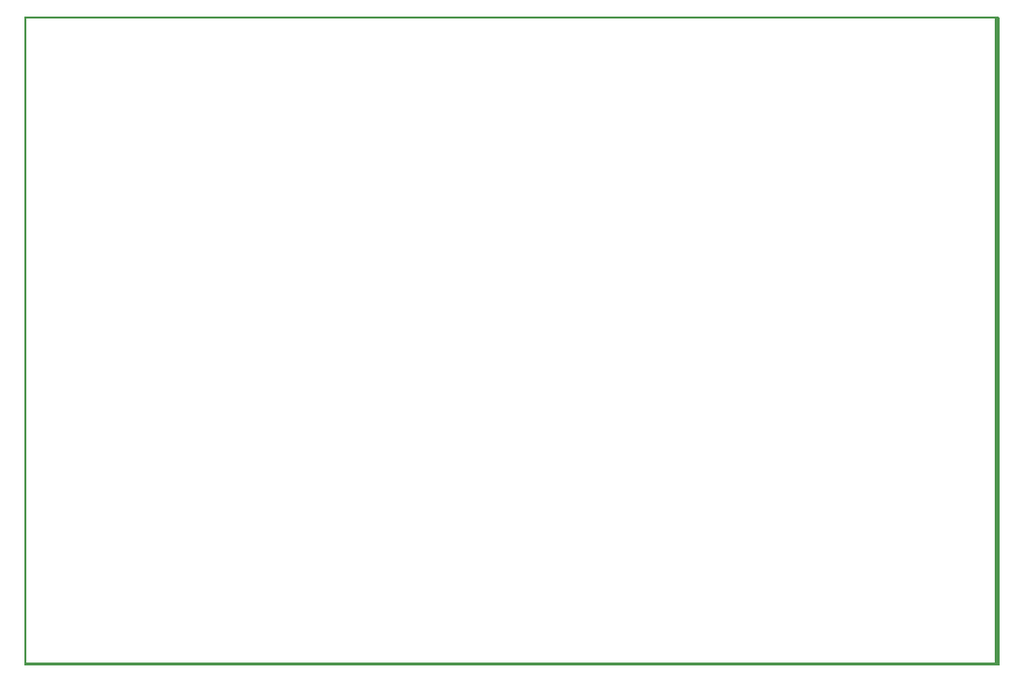
<source format=gbo>
G04 MADE WITH FRITZING*
G04 WWW.FRITZING.ORG*
G04 DOUBLE SIDED*
G04 HOLES PLATED*
G04 CONTOUR ON CENTER OF CONTOUR VECTOR*
%ASAXBY*%
%FSLAX23Y23*%
%MOIN*%
%OFA0B0*%
%SFA1.0B1.0*%
%ADD10R,3.333330X2.222220X3.317330X2.206220*%
%ADD11C,0.008000*%
%ADD12R,0.001000X0.001000*%
%LNSILK0*%
G90*
G70*
G54D11*
X4Y2218D02*
X3329Y2218D01*
X3329Y4D01*
X4Y4D01*
X4Y2218D01*
D02*
G54D12*
X0Y2222D02*
X3324Y2222D01*
X0Y2221D02*
X3324Y2221D01*
X0Y2220D02*
X3324Y2220D01*
X0Y2219D02*
X3324Y2219D01*
X0Y2218D02*
X3324Y2218D01*
X3317Y2217D02*
X3324Y2217D01*
X3317Y2216D02*
X3324Y2216D01*
X3317Y2215D02*
X3324Y2215D01*
X3317Y2214D02*
X3324Y2214D01*
X3317Y2213D02*
X3324Y2213D01*
X3317Y2212D02*
X3324Y2212D01*
X3317Y2211D02*
X3324Y2211D01*
X3317Y2210D02*
X3324Y2210D01*
X3317Y2209D02*
X3324Y2209D01*
X3317Y2208D02*
X3324Y2208D01*
X3317Y2207D02*
X3324Y2207D01*
X3317Y2206D02*
X3324Y2206D01*
X3317Y2205D02*
X3324Y2205D01*
X3317Y2204D02*
X3324Y2204D01*
X3317Y2203D02*
X3324Y2203D01*
X3317Y2202D02*
X3324Y2202D01*
X3317Y2201D02*
X3324Y2201D01*
X3317Y2200D02*
X3324Y2200D01*
X3317Y2199D02*
X3324Y2199D01*
X3317Y2198D02*
X3324Y2198D01*
X3317Y2197D02*
X3324Y2197D01*
X3317Y2196D02*
X3324Y2196D01*
X3317Y2195D02*
X3324Y2195D01*
X3317Y2194D02*
X3324Y2194D01*
X3317Y2193D02*
X3324Y2193D01*
X3317Y2192D02*
X3324Y2192D01*
X3317Y2191D02*
X3324Y2191D01*
X3317Y2190D02*
X3324Y2190D01*
X3317Y2189D02*
X3324Y2189D01*
X3317Y2188D02*
X3324Y2188D01*
X3317Y2187D02*
X3324Y2187D01*
X3317Y2186D02*
X3324Y2186D01*
X3317Y2185D02*
X3324Y2185D01*
X3317Y2184D02*
X3324Y2184D01*
X3317Y2183D02*
X3324Y2183D01*
X3317Y2182D02*
X3324Y2182D01*
X3317Y2181D02*
X3324Y2181D01*
X3317Y2180D02*
X3324Y2180D01*
X3317Y2179D02*
X3324Y2179D01*
X3317Y2178D02*
X3324Y2178D01*
X3317Y2177D02*
X3324Y2177D01*
X3317Y2176D02*
X3324Y2176D01*
X3317Y2175D02*
X3324Y2175D01*
X3317Y2174D02*
X3324Y2174D01*
X3317Y2173D02*
X3324Y2173D01*
X3317Y2172D02*
X3324Y2172D01*
X3317Y2171D02*
X3324Y2171D01*
X3317Y2170D02*
X3324Y2170D01*
X3317Y2169D02*
X3324Y2169D01*
X3317Y2168D02*
X3324Y2168D01*
X3317Y2167D02*
X3324Y2167D01*
X3317Y2166D02*
X3324Y2166D01*
X3317Y2165D02*
X3324Y2165D01*
X3317Y2164D02*
X3324Y2164D01*
X3317Y2163D02*
X3324Y2163D01*
X3317Y2162D02*
X3324Y2162D01*
X3317Y2161D02*
X3324Y2161D01*
X3317Y2160D02*
X3324Y2160D01*
X3317Y2159D02*
X3324Y2159D01*
X3317Y2158D02*
X3324Y2158D01*
X3317Y2157D02*
X3324Y2157D01*
X3317Y2156D02*
X3324Y2156D01*
X3317Y2155D02*
X3324Y2155D01*
X3317Y2154D02*
X3324Y2154D01*
X3317Y2153D02*
X3324Y2153D01*
X3317Y2152D02*
X3324Y2152D01*
X3317Y2151D02*
X3324Y2151D01*
X3317Y2150D02*
X3324Y2150D01*
X3317Y2149D02*
X3324Y2149D01*
X3317Y2148D02*
X3324Y2148D01*
X3317Y2147D02*
X3324Y2147D01*
X3317Y2146D02*
X3324Y2146D01*
X3317Y2145D02*
X3324Y2145D01*
X3317Y2144D02*
X3324Y2144D01*
X3317Y2143D02*
X3324Y2143D01*
X3317Y2142D02*
X3324Y2142D01*
X3317Y2141D02*
X3324Y2141D01*
X3317Y2140D02*
X3324Y2140D01*
X3317Y2139D02*
X3324Y2139D01*
X3317Y2138D02*
X3324Y2138D01*
X3317Y2137D02*
X3324Y2137D01*
X3317Y2136D02*
X3324Y2136D01*
X3317Y2135D02*
X3324Y2135D01*
X3317Y2134D02*
X3324Y2134D01*
X3317Y2133D02*
X3324Y2133D01*
X3317Y2132D02*
X3324Y2132D01*
X3317Y2131D02*
X3324Y2131D01*
X3317Y2130D02*
X3324Y2130D01*
X3317Y2129D02*
X3324Y2129D01*
X3317Y2128D02*
X3324Y2128D01*
X3317Y2127D02*
X3324Y2127D01*
X3317Y2126D02*
X3324Y2126D01*
X3317Y2125D02*
X3324Y2125D01*
X3317Y2124D02*
X3324Y2124D01*
X3317Y2123D02*
X3324Y2123D01*
X3317Y2122D02*
X3324Y2122D01*
X3317Y2121D02*
X3324Y2121D01*
X3317Y2120D02*
X3324Y2120D01*
X3317Y2119D02*
X3324Y2119D01*
X3317Y2118D02*
X3324Y2118D01*
X3317Y2117D02*
X3324Y2117D01*
X3317Y2116D02*
X3324Y2116D01*
X3317Y2115D02*
X3324Y2115D01*
X3317Y2114D02*
X3324Y2114D01*
X3317Y2113D02*
X3324Y2113D01*
X3317Y2112D02*
X3324Y2112D01*
X3317Y2111D02*
X3324Y2111D01*
X3317Y2110D02*
X3324Y2110D01*
X3317Y2109D02*
X3324Y2109D01*
X3317Y2108D02*
X3324Y2108D01*
X3317Y2107D02*
X3324Y2107D01*
X3317Y2106D02*
X3324Y2106D01*
X3317Y2105D02*
X3324Y2105D01*
X3317Y2104D02*
X3324Y2104D01*
X3317Y2103D02*
X3324Y2103D01*
X3317Y2102D02*
X3324Y2102D01*
X3317Y2101D02*
X3324Y2101D01*
X3317Y2100D02*
X3324Y2100D01*
X3317Y2099D02*
X3324Y2099D01*
X3317Y2098D02*
X3324Y2098D01*
X3317Y2097D02*
X3324Y2097D01*
X3317Y2096D02*
X3324Y2096D01*
X3317Y2095D02*
X3324Y2095D01*
X3317Y2094D02*
X3324Y2094D01*
X3317Y2093D02*
X3324Y2093D01*
X3317Y2092D02*
X3324Y2092D01*
X3317Y2091D02*
X3324Y2091D01*
X3317Y2090D02*
X3324Y2090D01*
X3317Y2089D02*
X3324Y2089D01*
X3317Y2088D02*
X3324Y2088D01*
X3317Y2087D02*
X3324Y2087D01*
X3317Y2086D02*
X3324Y2086D01*
X3317Y2085D02*
X3324Y2085D01*
X3317Y2084D02*
X3324Y2084D01*
X3317Y2083D02*
X3324Y2083D01*
X3317Y2082D02*
X3324Y2082D01*
X3317Y2081D02*
X3324Y2081D01*
X3317Y2080D02*
X3324Y2080D01*
X3317Y2079D02*
X3324Y2079D01*
X3317Y2078D02*
X3324Y2078D01*
X3317Y2077D02*
X3324Y2077D01*
X3317Y2076D02*
X3324Y2076D01*
X3317Y2075D02*
X3324Y2075D01*
X3317Y2074D02*
X3324Y2074D01*
X3317Y2073D02*
X3324Y2073D01*
X3317Y2072D02*
X3324Y2072D01*
X3317Y2071D02*
X3324Y2071D01*
X3317Y2070D02*
X3324Y2070D01*
X3317Y2069D02*
X3324Y2069D01*
X3317Y2068D02*
X3324Y2068D01*
X3317Y2067D02*
X3324Y2067D01*
X3317Y2066D02*
X3324Y2066D01*
X3317Y2065D02*
X3324Y2065D01*
X3317Y2064D02*
X3324Y2064D01*
X3317Y2063D02*
X3324Y2063D01*
X3317Y2062D02*
X3324Y2062D01*
X3317Y2061D02*
X3324Y2061D01*
X3317Y2060D02*
X3324Y2060D01*
X3317Y2059D02*
X3324Y2059D01*
X3317Y2058D02*
X3324Y2058D01*
X3317Y2057D02*
X3324Y2057D01*
X3317Y2056D02*
X3324Y2056D01*
X3317Y2055D02*
X3324Y2055D01*
X3317Y2054D02*
X3324Y2054D01*
X3317Y2053D02*
X3324Y2053D01*
X3317Y2052D02*
X3324Y2052D01*
X3317Y2051D02*
X3324Y2051D01*
X3317Y2050D02*
X3324Y2050D01*
X3317Y2049D02*
X3324Y2049D01*
X3317Y2048D02*
X3324Y2048D01*
X3317Y2047D02*
X3324Y2047D01*
X3317Y2046D02*
X3324Y2046D01*
X3317Y2045D02*
X3324Y2045D01*
X3317Y2044D02*
X3324Y2044D01*
X3317Y2043D02*
X3324Y2043D01*
X3317Y2042D02*
X3324Y2042D01*
X3317Y2041D02*
X3324Y2041D01*
X3317Y2040D02*
X3324Y2040D01*
X3317Y2039D02*
X3324Y2039D01*
X3317Y2038D02*
X3324Y2038D01*
X3317Y2037D02*
X3324Y2037D01*
X3317Y2036D02*
X3324Y2036D01*
X3317Y2035D02*
X3324Y2035D01*
X3317Y2034D02*
X3324Y2034D01*
X3317Y2033D02*
X3324Y2033D01*
X3317Y2032D02*
X3324Y2032D01*
X3317Y2031D02*
X3324Y2031D01*
X3317Y2030D02*
X3324Y2030D01*
X3317Y2029D02*
X3324Y2029D01*
X3317Y2028D02*
X3324Y2028D01*
X3317Y2027D02*
X3324Y2027D01*
X3317Y2026D02*
X3324Y2026D01*
X3317Y2025D02*
X3324Y2025D01*
X3317Y2024D02*
X3324Y2024D01*
X3317Y2023D02*
X3324Y2023D01*
X3317Y2022D02*
X3324Y2022D01*
X3317Y2021D02*
X3324Y2021D01*
X3317Y2020D02*
X3324Y2020D01*
X3317Y2019D02*
X3324Y2019D01*
X3317Y2018D02*
X3324Y2018D01*
X3317Y2017D02*
X3324Y2017D01*
X3317Y2016D02*
X3324Y2016D01*
X3317Y2015D02*
X3324Y2015D01*
X3317Y2014D02*
X3324Y2014D01*
X3317Y2013D02*
X3324Y2013D01*
X3317Y2012D02*
X3324Y2012D01*
X3317Y2011D02*
X3324Y2011D01*
X3317Y2010D02*
X3324Y2010D01*
X3317Y2009D02*
X3324Y2009D01*
X3317Y2008D02*
X3324Y2008D01*
X3317Y2007D02*
X3324Y2007D01*
X3317Y2006D02*
X3324Y2006D01*
X3317Y2005D02*
X3324Y2005D01*
X3317Y2004D02*
X3324Y2004D01*
X3317Y2003D02*
X3324Y2003D01*
X3317Y2002D02*
X3324Y2002D01*
X3317Y2001D02*
X3324Y2001D01*
X3317Y2000D02*
X3324Y2000D01*
X3317Y1999D02*
X3324Y1999D01*
X3317Y1998D02*
X3324Y1998D01*
X3317Y1997D02*
X3324Y1997D01*
X3317Y1996D02*
X3324Y1996D01*
X3317Y1995D02*
X3324Y1995D01*
X3317Y1994D02*
X3324Y1994D01*
X3317Y1993D02*
X3324Y1993D01*
X3317Y1992D02*
X3324Y1992D01*
X3317Y1991D02*
X3324Y1991D01*
X3317Y1990D02*
X3324Y1990D01*
X3317Y1989D02*
X3324Y1989D01*
X3317Y1988D02*
X3324Y1988D01*
X3317Y1987D02*
X3324Y1987D01*
X3317Y1986D02*
X3324Y1986D01*
X3317Y1985D02*
X3324Y1985D01*
X3317Y1984D02*
X3324Y1984D01*
X3317Y1983D02*
X3324Y1983D01*
X3317Y1982D02*
X3324Y1982D01*
X3317Y1981D02*
X3324Y1981D01*
X3317Y1980D02*
X3324Y1980D01*
X3317Y1979D02*
X3324Y1979D01*
X3317Y1978D02*
X3324Y1978D01*
X3317Y1977D02*
X3324Y1977D01*
X3317Y1976D02*
X3324Y1976D01*
X3317Y1975D02*
X3324Y1975D01*
X3317Y1974D02*
X3324Y1974D01*
X3317Y1973D02*
X3324Y1973D01*
X3317Y1972D02*
X3324Y1972D01*
X3317Y1971D02*
X3324Y1971D01*
X3317Y1970D02*
X3324Y1970D01*
X3317Y1969D02*
X3324Y1969D01*
X3317Y1968D02*
X3324Y1968D01*
X3317Y1967D02*
X3324Y1967D01*
X3317Y1966D02*
X3324Y1966D01*
X3317Y1965D02*
X3324Y1965D01*
X3317Y1964D02*
X3324Y1964D01*
X3317Y1963D02*
X3324Y1963D01*
X3317Y1962D02*
X3324Y1962D01*
X3317Y1961D02*
X3324Y1961D01*
X3317Y1960D02*
X3324Y1960D01*
X3317Y1959D02*
X3324Y1959D01*
X3317Y1958D02*
X3324Y1958D01*
X3317Y1957D02*
X3324Y1957D01*
X3317Y1956D02*
X3324Y1956D01*
X3317Y1955D02*
X3324Y1955D01*
X3317Y1954D02*
X3324Y1954D01*
X3317Y1953D02*
X3324Y1953D01*
X3317Y1952D02*
X3324Y1952D01*
X3317Y1951D02*
X3324Y1951D01*
X3317Y1950D02*
X3324Y1950D01*
X3317Y1949D02*
X3324Y1949D01*
X3317Y1948D02*
X3324Y1948D01*
X3317Y1947D02*
X3324Y1947D01*
X3317Y1946D02*
X3324Y1946D01*
X3317Y1945D02*
X3324Y1945D01*
X3317Y1944D02*
X3324Y1944D01*
X3317Y1943D02*
X3324Y1943D01*
X3317Y1942D02*
X3324Y1942D01*
X3317Y1941D02*
X3324Y1941D01*
X3317Y1940D02*
X3324Y1940D01*
X3317Y1939D02*
X3324Y1939D01*
X3317Y1938D02*
X3324Y1938D01*
X3317Y1937D02*
X3324Y1937D01*
X3317Y1936D02*
X3324Y1936D01*
X3317Y1935D02*
X3324Y1935D01*
X3317Y1934D02*
X3324Y1934D01*
X3317Y1933D02*
X3324Y1933D01*
X3317Y1932D02*
X3324Y1932D01*
X3317Y1931D02*
X3324Y1931D01*
X3317Y1930D02*
X3324Y1930D01*
X3317Y1929D02*
X3324Y1929D01*
X3317Y1928D02*
X3324Y1928D01*
X3317Y1927D02*
X3324Y1927D01*
X3317Y1926D02*
X3324Y1926D01*
X3317Y1925D02*
X3324Y1925D01*
X3317Y1924D02*
X3324Y1924D01*
X3317Y1923D02*
X3324Y1923D01*
X3317Y1922D02*
X3324Y1922D01*
X3317Y1921D02*
X3324Y1921D01*
X3317Y1920D02*
X3324Y1920D01*
X3317Y1919D02*
X3324Y1919D01*
X3317Y1918D02*
X3324Y1918D01*
X3317Y1917D02*
X3324Y1917D01*
X3317Y1916D02*
X3324Y1916D01*
X3317Y1915D02*
X3324Y1915D01*
X3317Y1914D02*
X3324Y1914D01*
X3317Y1913D02*
X3324Y1913D01*
X3317Y1912D02*
X3324Y1912D01*
X3317Y1911D02*
X3324Y1911D01*
X3317Y1910D02*
X3324Y1910D01*
X3317Y1909D02*
X3324Y1909D01*
X3317Y1908D02*
X3324Y1908D01*
X3317Y1907D02*
X3324Y1907D01*
X3317Y1906D02*
X3324Y1906D01*
X3317Y1905D02*
X3324Y1905D01*
X3317Y1904D02*
X3324Y1904D01*
X3317Y1903D02*
X3324Y1903D01*
X3317Y1902D02*
X3324Y1902D01*
X3317Y1901D02*
X3324Y1901D01*
X3317Y1900D02*
X3324Y1900D01*
X3317Y1899D02*
X3324Y1899D01*
X3317Y1898D02*
X3324Y1898D01*
X3317Y1897D02*
X3324Y1897D01*
X3317Y1896D02*
X3324Y1896D01*
X3317Y1895D02*
X3324Y1895D01*
X3317Y1894D02*
X3324Y1894D01*
X3317Y1893D02*
X3324Y1893D01*
X3317Y1892D02*
X3324Y1892D01*
X3317Y1891D02*
X3324Y1891D01*
X3317Y1890D02*
X3324Y1890D01*
X3317Y1889D02*
X3324Y1889D01*
X3317Y1888D02*
X3324Y1888D01*
X3317Y1887D02*
X3324Y1887D01*
X3317Y1886D02*
X3324Y1886D01*
X3317Y1885D02*
X3324Y1885D01*
X3317Y1884D02*
X3324Y1884D01*
X3317Y1883D02*
X3324Y1883D01*
X3317Y1882D02*
X3324Y1882D01*
X3317Y1881D02*
X3324Y1881D01*
X3317Y1880D02*
X3324Y1880D01*
X3317Y1879D02*
X3324Y1879D01*
X3317Y1878D02*
X3324Y1878D01*
X3317Y1877D02*
X3324Y1877D01*
X3317Y1876D02*
X3324Y1876D01*
X3317Y1875D02*
X3324Y1875D01*
X3317Y1874D02*
X3324Y1874D01*
X3317Y1873D02*
X3324Y1873D01*
X3317Y1872D02*
X3324Y1872D01*
X3317Y1871D02*
X3324Y1871D01*
X3317Y1870D02*
X3324Y1870D01*
X3317Y1869D02*
X3324Y1869D01*
X3317Y1868D02*
X3324Y1868D01*
X3317Y1867D02*
X3324Y1867D01*
X3317Y1866D02*
X3324Y1866D01*
X3317Y1865D02*
X3324Y1865D01*
X3317Y1864D02*
X3324Y1864D01*
X3317Y1863D02*
X3324Y1863D01*
X3317Y1862D02*
X3324Y1862D01*
X3317Y1861D02*
X3324Y1861D01*
X3317Y1860D02*
X3324Y1860D01*
X3317Y1859D02*
X3324Y1859D01*
X3317Y1858D02*
X3324Y1858D01*
X3317Y1857D02*
X3324Y1857D01*
X3317Y1856D02*
X3324Y1856D01*
X3317Y1855D02*
X3324Y1855D01*
X3317Y1854D02*
X3324Y1854D01*
X3317Y1853D02*
X3324Y1853D01*
X3317Y1852D02*
X3324Y1852D01*
X3317Y1851D02*
X3324Y1851D01*
X3317Y1850D02*
X3324Y1850D01*
X3317Y1849D02*
X3324Y1849D01*
X3317Y1848D02*
X3324Y1848D01*
X3317Y1847D02*
X3324Y1847D01*
X3317Y1846D02*
X3324Y1846D01*
X3317Y1845D02*
X3324Y1845D01*
X3317Y1844D02*
X3324Y1844D01*
X3317Y1843D02*
X3324Y1843D01*
X3317Y1842D02*
X3324Y1842D01*
X3317Y1841D02*
X3324Y1841D01*
X3317Y1840D02*
X3324Y1840D01*
X3317Y1839D02*
X3324Y1839D01*
X3317Y1838D02*
X3324Y1838D01*
X3317Y1837D02*
X3324Y1837D01*
X3317Y1836D02*
X3324Y1836D01*
X3317Y1835D02*
X3324Y1835D01*
X3317Y1834D02*
X3324Y1834D01*
X3317Y1833D02*
X3324Y1833D01*
X3317Y1832D02*
X3324Y1832D01*
X3317Y1831D02*
X3324Y1831D01*
X3317Y1830D02*
X3324Y1830D01*
X3317Y1829D02*
X3324Y1829D01*
X3317Y1828D02*
X3324Y1828D01*
X3317Y1827D02*
X3324Y1827D01*
X3317Y1826D02*
X3324Y1826D01*
X3317Y1825D02*
X3324Y1825D01*
X3317Y1824D02*
X3324Y1824D01*
X3317Y1823D02*
X3324Y1823D01*
X3317Y1822D02*
X3324Y1822D01*
X3317Y1821D02*
X3324Y1821D01*
X3317Y1820D02*
X3324Y1820D01*
X3317Y1819D02*
X3324Y1819D01*
X3317Y1818D02*
X3324Y1818D01*
X3317Y1817D02*
X3324Y1817D01*
X3317Y1816D02*
X3324Y1816D01*
X3317Y1815D02*
X3324Y1815D01*
X3317Y1814D02*
X3324Y1814D01*
X3317Y1813D02*
X3324Y1813D01*
X3317Y1812D02*
X3324Y1812D01*
X3317Y1811D02*
X3324Y1811D01*
X3317Y1810D02*
X3324Y1810D01*
X3317Y1809D02*
X3324Y1809D01*
X3317Y1808D02*
X3324Y1808D01*
X3317Y1807D02*
X3324Y1807D01*
X3317Y1806D02*
X3324Y1806D01*
X3317Y1805D02*
X3324Y1805D01*
X3317Y1804D02*
X3324Y1804D01*
X3317Y1803D02*
X3324Y1803D01*
X3317Y1802D02*
X3324Y1802D01*
X3317Y1801D02*
X3324Y1801D01*
X3317Y1800D02*
X3324Y1800D01*
X3317Y1799D02*
X3324Y1799D01*
X3317Y1798D02*
X3324Y1798D01*
X3317Y1797D02*
X3324Y1797D01*
X3317Y1796D02*
X3324Y1796D01*
X3317Y1795D02*
X3324Y1795D01*
X3317Y1794D02*
X3324Y1794D01*
X3317Y1793D02*
X3324Y1793D01*
X3317Y1792D02*
X3324Y1792D01*
X3317Y1791D02*
X3324Y1791D01*
X3317Y1790D02*
X3324Y1790D01*
X3317Y1789D02*
X3324Y1789D01*
X3317Y1788D02*
X3324Y1788D01*
X3317Y1787D02*
X3324Y1787D01*
X3317Y1786D02*
X3324Y1786D01*
X3317Y1785D02*
X3324Y1785D01*
X3317Y1784D02*
X3324Y1784D01*
X3317Y1783D02*
X3324Y1783D01*
X3317Y1782D02*
X3324Y1782D01*
X3317Y1781D02*
X3324Y1781D01*
X3317Y1780D02*
X3324Y1780D01*
X3317Y1779D02*
X3324Y1779D01*
X3317Y1778D02*
X3324Y1778D01*
X3317Y1777D02*
X3324Y1777D01*
X3317Y1776D02*
X3324Y1776D01*
X3317Y1775D02*
X3324Y1775D01*
X3317Y1774D02*
X3324Y1774D01*
X3317Y1773D02*
X3324Y1773D01*
X3317Y1772D02*
X3324Y1772D01*
X3317Y1771D02*
X3324Y1771D01*
X3317Y1770D02*
X3324Y1770D01*
X3317Y1769D02*
X3324Y1769D01*
X3317Y1768D02*
X3324Y1768D01*
X3317Y1767D02*
X3324Y1767D01*
X3317Y1766D02*
X3324Y1766D01*
X3317Y1765D02*
X3324Y1765D01*
X3317Y1764D02*
X3324Y1764D01*
X3317Y1763D02*
X3324Y1763D01*
X3317Y1762D02*
X3324Y1762D01*
X3317Y1761D02*
X3324Y1761D01*
X3317Y1760D02*
X3324Y1760D01*
X3317Y1759D02*
X3324Y1759D01*
X3317Y1758D02*
X3324Y1758D01*
X3317Y1757D02*
X3324Y1757D01*
X3317Y1756D02*
X3324Y1756D01*
X3317Y1755D02*
X3324Y1755D01*
X3317Y1754D02*
X3324Y1754D01*
X3317Y1753D02*
X3324Y1753D01*
X3317Y1752D02*
X3324Y1752D01*
X3317Y1751D02*
X3324Y1751D01*
X3317Y1750D02*
X3324Y1750D01*
X3317Y1749D02*
X3324Y1749D01*
X3317Y1748D02*
X3324Y1748D01*
X3317Y1747D02*
X3324Y1747D01*
X3317Y1746D02*
X3324Y1746D01*
X3317Y1745D02*
X3324Y1745D01*
X3317Y1744D02*
X3324Y1744D01*
X3317Y1743D02*
X3324Y1743D01*
X3317Y1742D02*
X3324Y1742D01*
X3317Y1741D02*
X3324Y1741D01*
X3317Y1740D02*
X3324Y1740D01*
X3317Y1739D02*
X3324Y1739D01*
X3317Y1738D02*
X3324Y1738D01*
X3317Y1737D02*
X3324Y1737D01*
X3317Y1736D02*
X3324Y1736D01*
X3317Y1735D02*
X3324Y1735D01*
X3317Y1734D02*
X3324Y1734D01*
X3317Y1733D02*
X3324Y1733D01*
X3317Y1732D02*
X3324Y1732D01*
X3317Y1731D02*
X3324Y1731D01*
X3317Y1730D02*
X3324Y1730D01*
X3317Y1729D02*
X3324Y1729D01*
X3317Y1728D02*
X3324Y1728D01*
X3317Y1727D02*
X3324Y1727D01*
X3317Y1726D02*
X3324Y1726D01*
X3317Y1725D02*
X3324Y1725D01*
X3317Y1724D02*
X3324Y1724D01*
X3317Y1723D02*
X3324Y1723D01*
X3317Y1722D02*
X3324Y1722D01*
X3317Y1721D02*
X3324Y1721D01*
X3317Y1720D02*
X3324Y1720D01*
X3317Y1719D02*
X3324Y1719D01*
X3317Y1718D02*
X3324Y1718D01*
X3317Y1717D02*
X3324Y1717D01*
X3317Y1716D02*
X3324Y1716D01*
X3317Y1715D02*
X3324Y1715D01*
X3317Y1714D02*
X3324Y1714D01*
X3317Y1713D02*
X3324Y1713D01*
X3317Y1712D02*
X3324Y1712D01*
X3317Y1711D02*
X3324Y1711D01*
X3317Y1710D02*
X3324Y1710D01*
X3317Y1709D02*
X3324Y1709D01*
X3317Y1708D02*
X3324Y1708D01*
X3317Y1707D02*
X3324Y1707D01*
X3317Y1706D02*
X3324Y1706D01*
X3317Y1705D02*
X3324Y1705D01*
X3317Y1704D02*
X3324Y1704D01*
X3317Y1703D02*
X3324Y1703D01*
X3317Y1702D02*
X3324Y1702D01*
X3317Y1701D02*
X3324Y1701D01*
X3317Y1700D02*
X3324Y1700D01*
X3317Y1699D02*
X3324Y1699D01*
X3317Y1698D02*
X3324Y1698D01*
X3317Y1697D02*
X3324Y1697D01*
X3317Y1696D02*
X3324Y1696D01*
X3317Y1695D02*
X3324Y1695D01*
X3317Y1694D02*
X3324Y1694D01*
X3317Y1693D02*
X3324Y1693D01*
X3317Y1692D02*
X3324Y1692D01*
X3317Y1691D02*
X3324Y1691D01*
X3317Y1690D02*
X3324Y1690D01*
X3317Y1689D02*
X3324Y1689D01*
X3317Y1688D02*
X3324Y1688D01*
X3317Y1687D02*
X3324Y1687D01*
X3317Y1686D02*
X3324Y1686D01*
X3317Y1685D02*
X3324Y1685D01*
X3317Y1684D02*
X3324Y1684D01*
X3317Y1683D02*
X3324Y1683D01*
X3317Y1682D02*
X3324Y1682D01*
X3317Y1681D02*
X3324Y1681D01*
X3317Y1680D02*
X3324Y1680D01*
X3317Y1679D02*
X3324Y1679D01*
X3317Y1678D02*
X3324Y1678D01*
X3317Y1677D02*
X3324Y1677D01*
X3317Y1676D02*
X3324Y1676D01*
X3317Y1675D02*
X3324Y1675D01*
X3317Y1674D02*
X3324Y1674D01*
X3317Y1673D02*
X3324Y1673D01*
X3317Y1672D02*
X3324Y1672D01*
X3317Y1671D02*
X3324Y1671D01*
X3317Y1670D02*
X3324Y1670D01*
X3317Y1669D02*
X3324Y1669D01*
X3317Y1668D02*
X3324Y1668D01*
X3317Y1667D02*
X3324Y1667D01*
X3317Y1666D02*
X3324Y1666D01*
X3317Y1665D02*
X3324Y1665D01*
X3317Y1664D02*
X3324Y1664D01*
X3317Y1663D02*
X3324Y1663D01*
X3317Y1662D02*
X3324Y1662D01*
X3317Y1661D02*
X3324Y1661D01*
X3317Y1660D02*
X3324Y1660D01*
X3317Y1659D02*
X3324Y1659D01*
X3317Y1658D02*
X3324Y1658D01*
X3317Y1657D02*
X3324Y1657D01*
X3317Y1656D02*
X3324Y1656D01*
X3317Y1655D02*
X3324Y1655D01*
X3317Y1654D02*
X3324Y1654D01*
X3317Y1653D02*
X3324Y1653D01*
X3317Y1652D02*
X3324Y1652D01*
X3317Y1651D02*
X3324Y1651D01*
X3317Y1650D02*
X3324Y1650D01*
X3317Y1649D02*
X3324Y1649D01*
X3317Y1648D02*
X3324Y1648D01*
X3317Y1647D02*
X3324Y1647D01*
X3317Y1646D02*
X3324Y1646D01*
X3317Y1645D02*
X3324Y1645D01*
X3317Y1644D02*
X3324Y1644D01*
X3317Y1643D02*
X3324Y1643D01*
X3317Y1642D02*
X3324Y1642D01*
X3317Y1641D02*
X3324Y1641D01*
X3317Y1640D02*
X3324Y1640D01*
X3317Y1639D02*
X3324Y1639D01*
X3317Y1638D02*
X3324Y1638D01*
X3317Y1637D02*
X3324Y1637D01*
X3317Y1636D02*
X3324Y1636D01*
X3317Y1635D02*
X3324Y1635D01*
X3317Y1634D02*
X3324Y1634D01*
X3317Y1633D02*
X3324Y1633D01*
X3317Y1632D02*
X3324Y1632D01*
X3317Y1631D02*
X3324Y1631D01*
X3317Y1630D02*
X3324Y1630D01*
X3317Y1629D02*
X3324Y1629D01*
X3317Y1628D02*
X3324Y1628D01*
X3317Y1627D02*
X3324Y1627D01*
X3317Y1626D02*
X3324Y1626D01*
X3317Y1625D02*
X3324Y1625D01*
X3317Y1624D02*
X3324Y1624D01*
X3317Y1623D02*
X3324Y1623D01*
X3317Y1622D02*
X3324Y1622D01*
X3317Y1621D02*
X3324Y1621D01*
X3317Y1620D02*
X3324Y1620D01*
X3317Y1619D02*
X3324Y1619D01*
X3317Y1618D02*
X3324Y1618D01*
X3317Y1617D02*
X3324Y1617D01*
X3317Y1616D02*
X3324Y1616D01*
X3317Y1615D02*
X3324Y1615D01*
X3317Y1614D02*
X3324Y1614D01*
X3317Y1613D02*
X3324Y1613D01*
X3317Y1612D02*
X3324Y1612D01*
X3317Y1611D02*
X3324Y1611D01*
X3317Y1610D02*
X3324Y1610D01*
X3317Y1609D02*
X3324Y1609D01*
X3317Y1608D02*
X3324Y1608D01*
X3317Y1607D02*
X3324Y1607D01*
X3317Y1606D02*
X3324Y1606D01*
X3317Y1605D02*
X3324Y1605D01*
X3317Y1604D02*
X3324Y1604D01*
X3317Y1603D02*
X3324Y1603D01*
X3317Y1602D02*
X3324Y1602D01*
X3317Y1601D02*
X3324Y1601D01*
X3317Y1600D02*
X3324Y1600D01*
X3317Y1599D02*
X3324Y1599D01*
X3317Y1598D02*
X3324Y1598D01*
X3317Y1597D02*
X3324Y1597D01*
X3317Y1596D02*
X3324Y1596D01*
X3317Y1595D02*
X3324Y1595D01*
X3317Y1594D02*
X3324Y1594D01*
X3317Y1593D02*
X3324Y1593D01*
X3317Y1592D02*
X3324Y1592D01*
X3317Y1591D02*
X3324Y1591D01*
X3317Y1590D02*
X3324Y1590D01*
X3317Y1589D02*
X3324Y1589D01*
X3317Y1588D02*
X3324Y1588D01*
X3317Y1587D02*
X3324Y1587D01*
X3317Y1586D02*
X3324Y1586D01*
X3317Y1585D02*
X3324Y1585D01*
X3317Y1584D02*
X3324Y1584D01*
X3317Y1583D02*
X3324Y1583D01*
X3317Y1582D02*
X3324Y1582D01*
X3317Y1581D02*
X3324Y1581D01*
X3317Y1580D02*
X3324Y1580D01*
X3317Y1579D02*
X3324Y1579D01*
X3317Y1578D02*
X3324Y1578D01*
X3317Y1577D02*
X3324Y1577D01*
X3317Y1576D02*
X3324Y1576D01*
X3317Y1575D02*
X3324Y1575D01*
X3317Y1574D02*
X3324Y1574D01*
X3317Y1573D02*
X3324Y1573D01*
X3317Y1572D02*
X3324Y1572D01*
X3317Y1571D02*
X3324Y1571D01*
X3317Y1570D02*
X3324Y1570D01*
X3317Y1569D02*
X3324Y1569D01*
X3317Y1568D02*
X3324Y1568D01*
X3317Y1567D02*
X3324Y1567D01*
X3317Y1566D02*
X3324Y1566D01*
X3317Y1565D02*
X3324Y1565D01*
X3317Y1564D02*
X3324Y1564D01*
X3317Y1563D02*
X3324Y1563D01*
X3317Y1562D02*
X3324Y1562D01*
X3317Y1561D02*
X3324Y1561D01*
X3317Y1560D02*
X3324Y1560D01*
X3317Y1559D02*
X3324Y1559D01*
X3317Y1558D02*
X3324Y1558D01*
X3317Y1557D02*
X3324Y1557D01*
X3317Y1556D02*
X3324Y1556D01*
X3317Y1555D02*
X3324Y1555D01*
X3317Y1554D02*
X3324Y1554D01*
X3317Y1553D02*
X3324Y1553D01*
X3317Y1552D02*
X3324Y1552D01*
X3317Y1551D02*
X3324Y1551D01*
X3317Y1550D02*
X3324Y1550D01*
X3317Y1549D02*
X3324Y1549D01*
X3317Y1548D02*
X3324Y1548D01*
X3317Y1547D02*
X3324Y1547D01*
X3317Y1546D02*
X3324Y1546D01*
X3317Y1545D02*
X3324Y1545D01*
X3317Y1544D02*
X3324Y1544D01*
X3317Y1543D02*
X3324Y1543D01*
X3317Y1542D02*
X3324Y1542D01*
X3317Y1541D02*
X3324Y1541D01*
X3317Y1540D02*
X3324Y1540D01*
X3317Y1539D02*
X3324Y1539D01*
X3317Y1538D02*
X3324Y1538D01*
X3317Y1537D02*
X3324Y1537D01*
X3317Y1536D02*
X3324Y1536D01*
X3317Y1535D02*
X3324Y1535D01*
X3317Y1534D02*
X3324Y1534D01*
X3317Y1533D02*
X3324Y1533D01*
X3317Y1532D02*
X3324Y1532D01*
X3317Y1531D02*
X3324Y1531D01*
X3317Y1530D02*
X3324Y1530D01*
X3317Y1529D02*
X3324Y1529D01*
X3317Y1528D02*
X3324Y1528D01*
X3317Y1527D02*
X3324Y1527D01*
X3317Y1526D02*
X3324Y1526D01*
X3317Y1525D02*
X3324Y1525D01*
X3317Y1524D02*
X3324Y1524D01*
X3317Y1523D02*
X3324Y1523D01*
X3317Y1522D02*
X3324Y1522D01*
X3317Y1521D02*
X3324Y1521D01*
X3317Y1520D02*
X3324Y1520D01*
X3317Y1519D02*
X3324Y1519D01*
X3317Y1518D02*
X3324Y1518D01*
X3317Y1517D02*
X3324Y1517D01*
X3317Y1516D02*
X3324Y1516D01*
X3317Y1515D02*
X3324Y1515D01*
X3317Y1514D02*
X3324Y1514D01*
X3317Y1513D02*
X3324Y1513D01*
X3317Y1512D02*
X3324Y1512D01*
X3317Y1511D02*
X3324Y1511D01*
X3317Y1510D02*
X3324Y1510D01*
X3317Y1509D02*
X3324Y1509D01*
X3317Y1508D02*
X3324Y1508D01*
X3317Y1507D02*
X3324Y1507D01*
X3317Y1506D02*
X3324Y1506D01*
X3317Y1505D02*
X3324Y1505D01*
X3317Y1504D02*
X3324Y1504D01*
X3317Y1503D02*
X3324Y1503D01*
X3317Y1502D02*
X3324Y1502D01*
X3317Y1501D02*
X3324Y1501D01*
X3317Y1500D02*
X3324Y1500D01*
X3317Y1499D02*
X3324Y1499D01*
X3317Y1498D02*
X3324Y1498D01*
X3317Y1497D02*
X3324Y1497D01*
X3317Y1496D02*
X3324Y1496D01*
X3317Y1495D02*
X3324Y1495D01*
X3317Y1494D02*
X3324Y1494D01*
X3317Y1493D02*
X3324Y1493D01*
X3317Y1492D02*
X3324Y1492D01*
X3317Y1491D02*
X3324Y1491D01*
X3317Y1490D02*
X3324Y1490D01*
X3317Y1489D02*
X3324Y1489D01*
X3317Y1488D02*
X3324Y1488D01*
X3317Y1487D02*
X3324Y1487D01*
X3317Y1486D02*
X3324Y1486D01*
X3317Y1485D02*
X3324Y1485D01*
X3317Y1484D02*
X3324Y1484D01*
X3317Y1483D02*
X3324Y1483D01*
X3317Y1482D02*
X3324Y1482D01*
X3317Y1481D02*
X3324Y1481D01*
X3317Y1480D02*
X3324Y1480D01*
X3317Y1479D02*
X3324Y1479D01*
X3317Y1478D02*
X3324Y1478D01*
X3317Y1477D02*
X3324Y1477D01*
X3317Y1476D02*
X3324Y1476D01*
X3317Y1475D02*
X3324Y1475D01*
X3317Y1474D02*
X3324Y1474D01*
X3317Y1473D02*
X3324Y1473D01*
X3317Y1472D02*
X3324Y1472D01*
X3317Y1471D02*
X3324Y1471D01*
X3317Y1470D02*
X3324Y1470D01*
X3317Y1469D02*
X3324Y1469D01*
X3317Y1468D02*
X3324Y1468D01*
X3317Y1467D02*
X3324Y1467D01*
X3317Y1466D02*
X3324Y1466D01*
X3317Y1465D02*
X3324Y1465D01*
X3317Y1464D02*
X3324Y1464D01*
X3317Y1463D02*
X3324Y1463D01*
X3317Y1462D02*
X3324Y1462D01*
X3317Y1461D02*
X3324Y1461D01*
X3317Y1460D02*
X3324Y1460D01*
X3317Y1459D02*
X3324Y1459D01*
X3317Y1458D02*
X3324Y1458D01*
X3317Y1457D02*
X3324Y1457D01*
X3317Y1456D02*
X3324Y1456D01*
X3317Y1455D02*
X3324Y1455D01*
X3317Y1454D02*
X3324Y1454D01*
X3317Y1453D02*
X3324Y1453D01*
X3317Y1452D02*
X3324Y1452D01*
X3317Y1451D02*
X3324Y1451D01*
X3317Y1450D02*
X3324Y1450D01*
X3317Y1449D02*
X3324Y1449D01*
X3317Y1448D02*
X3324Y1448D01*
X3317Y1447D02*
X3324Y1447D01*
X3317Y1446D02*
X3324Y1446D01*
X3317Y1445D02*
X3324Y1445D01*
X3317Y1444D02*
X3324Y1444D01*
X3317Y1443D02*
X3324Y1443D01*
X3317Y1442D02*
X3324Y1442D01*
X3317Y1441D02*
X3324Y1441D01*
X3317Y1440D02*
X3324Y1440D01*
X3317Y1439D02*
X3324Y1439D01*
X3317Y1438D02*
X3324Y1438D01*
X3317Y1437D02*
X3324Y1437D01*
X3317Y1436D02*
X3324Y1436D01*
X3317Y1435D02*
X3324Y1435D01*
X3317Y1434D02*
X3324Y1434D01*
X3317Y1433D02*
X3324Y1433D01*
X3317Y1432D02*
X3324Y1432D01*
X3317Y1431D02*
X3324Y1431D01*
X3317Y1430D02*
X3324Y1430D01*
X3317Y1429D02*
X3324Y1429D01*
X3317Y1428D02*
X3324Y1428D01*
X3317Y1427D02*
X3324Y1427D01*
X3317Y1426D02*
X3324Y1426D01*
X3317Y1425D02*
X3324Y1425D01*
X3317Y1424D02*
X3324Y1424D01*
X3317Y1423D02*
X3324Y1423D01*
X3317Y1422D02*
X3324Y1422D01*
X3317Y1421D02*
X3324Y1421D01*
X3317Y1420D02*
X3324Y1420D01*
X3317Y1419D02*
X3324Y1419D01*
X3317Y1418D02*
X3324Y1418D01*
X3317Y1417D02*
X3324Y1417D01*
X3317Y1416D02*
X3324Y1416D01*
X3317Y1415D02*
X3324Y1415D01*
X3317Y1414D02*
X3324Y1414D01*
X3317Y1413D02*
X3324Y1413D01*
X3317Y1412D02*
X3324Y1412D01*
X3317Y1411D02*
X3324Y1411D01*
X3317Y1410D02*
X3324Y1410D01*
X3317Y1409D02*
X3324Y1409D01*
X3317Y1408D02*
X3324Y1408D01*
X3317Y1407D02*
X3324Y1407D01*
X3317Y1406D02*
X3324Y1406D01*
X3317Y1405D02*
X3324Y1405D01*
X3317Y1404D02*
X3324Y1404D01*
X3317Y1403D02*
X3324Y1403D01*
X3317Y1402D02*
X3324Y1402D01*
X3317Y1401D02*
X3324Y1401D01*
X3317Y1400D02*
X3324Y1400D01*
X3317Y1399D02*
X3324Y1399D01*
X3317Y1398D02*
X3324Y1398D01*
X3317Y1397D02*
X3324Y1397D01*
X3317Y1396D02*
X3324Y1396D01*
X3317Y1395D02*
X3324Y1395D01*
X3317Y1394D02*
X3324Y1394D01*
X3317Y1393D02*
X3324Y1393D01*
X3317Y1392D02*
X3324Y1392D01*
X3317Y1391D02*
X3324Y1391D01*
X3317Y1390D02*
X3324Y1390D01*
X3317Y1389D02*
X3324Y1389D01*
X3317Y1388D02*
X3324Y1388D01*
X3317Y1387D02*
X3324Y1387D01*
X3317Y1386D02*
X3324Y1386D01*
X3317Y1385D02*
X3324Y1385D01*
X3317Y1384D02*
X3324Y1384D01*
X3317Y1383D02*
X3324Y1383D01*
X3317Y1382D02*
X3324Y1382D01*
X3317Y1381D02*
X3324Y1381D01*
X3317Y1380D02*
X3324Y1380D01*
X3317Y1379D02*
X3324Y1379D01*
X3317Y1378D02*
X3324Y1378D01*
X3317Y1377D02*
X3324Y1377D01*
X3317Y1376D02*
X3324Y1376D01*
X3317Y1375D02*
X3324Y1375D01*
X3317Y1374D02*
X3324Y1374D01*
X3317Y1373D02*
X3324Y1373D01*
X3317Y1372D02*
X3324Y1372D01*
X3317Y1371D02*
X3324Y1371D01*
X3317Y1370D02*
X3324Y1370D01*
X3317Y1369D02*
X3324Y1369D01*
X3317Y1368D02*
X3324Y1368D01*
X3317Y1367D02*
X3324Y1367D01*
X3317Y1366D02*
X3324Y1366D01*
X3317Y1365D02*
X3324Y1365D01*
X3317Y1364D02*
X3324Y1364D01*
X3317Y1363D02*
X3324Y1363D01*
X3317Y1362D02*
X3324Y1362D01*
X3317Y1361D02*
X3324Y1361D01*
X3317Y1360D02*
X3324Y1360D01*
X3317Y1359D02*
X3324Y1359D01*
X3317Y1358D02*
X3324Y1358D01*
X3317Y1357D02*
X3324Y1357D01*
X3317Y1356D02*
X3324Y1356D01*
X3317Y1355D02*
X3324Y1355D01*
X3317Y1354D02*
X3324Y1354D01*
X3317Y1353D02*
X3324Y1353D01*
X3317Y1352D02*
X3324Y1352D01*
X3317Y1351D02*
X3324Y1351D01*
X3317Y1350D02*
X3324Y1350D01*
X3317Y1349D02*
X3324Y1349D01*
X3317Y1348D02*
X3324Y1348D01*
X3317Y1347D02*
X3324Y1347D01*
X3317Y1346D02*
X3324Y1346D01*
X3317Y1345D02*
X3324Y1345D01*
X3317Y1344D02*
X3324Y1344D01*
X3317Y1343D02*
X3324Y1343D01*
X3317Y1342D02*
X3324Y1342D01*
X3317Y1341D02*
X3324Y1341D01*
X3317Y1340D02*
X3324Y1340D01*
X3317Y1339D02*
X3324Y1339D01*
X3317Y1338D02*
X3324Y1338D01*
X3317Y1337D02*
X3324Y1337D01*
X3317Y1336D02*
X3324Y1336D01*
X3317Y1335D02*
X3324Y1335D01*
X3317Y1334D02*
X3324Y1334D01*
X3317Y1333D02*
X3324Y1333D01*
X3317Y1332D02*
X3324Y1332D01*
X3317Y1331D02*
X3324Y1331D01*
X3317Y1330D02*
X3324Y1330D01*
X3317Y1329D02*
X3324Y1329D01*
X3317Y1328D02*
X3324Y1328D01*
X3317Y1327D02*
X3324Y1327D01*
X3317Y1326D02*
X3324Y1326D01*
X3317Y1325D02*
X3324Y1325D01*
X3317Y1324D02*
X3324Y1324D01*
X3317Y1323D02*
X3324Y1323D01*
X3317Y1322D02*
X3324Y1322D01*
X3317Y1321D02*
X3324Y1321D01*
X3317Y1320D02*
X3324Y1320D01*
X3317Y1319D02*
X3324Y1319D01*
X3317Y1318D02*
X3324Y1318D01*
X3317Y1317D02*
X3324Y1317D01*
X3317Y1316D02*
X3324Y1316D01*
X3317Y1315D02*
X3324Y1315D01*
X3317Y1314D02*
X3324Y1314D01*
X3317Y1313D02*
X3324Y1313D01*
X3317Y1312D02*
X3324Y1312D01*
X3317Y1311D02*
X3324Y1311D01*
X3317Y1310D02*
X3324Y1310D01*
X3317Y1309D02*
X3324Y1309D01*
X3317Y1308D02*
X3324Y1308D01*
X3317Y1307D02*
X3324Y1307D01*
X3317Y1306D02*
X3324Y1306D01*
X3317Y1305D02*
X3324Y1305D01*
X3317Y1304D02*
X3324Y1304D01*
X3317Y1303D02*
X3324Y1303D01*
X3317Y1302D02*
X3324Y1302D01*
X3317Y1301D02*
X3324Y1301D01*
X3317Y1300D02*
X3324Y1300D01*
X3317Y1299D02*
X3324Y1299D01*
X3317Y1298D02*
X3324Y1298D01*
X3317Y1297D02*
X3324Y1297D01*
X3317Y1296D02*
X3324Y1296D01*
X3317Y1295D02*
X3324Y1295D01*
X3317Y1294D02*
X3324Y1294D01*
X3317Y1293D02*
X3324Y1293D01*
X3317Y1292D02*
X3324Y1292D01*
X3317Y1291D02*
X3324Y1291D01*
X3317Y1290D02*
X3324Y1290D01*
X3317Y1289D02*
X3324Y1289D01*
X3317Y1288D02*
X3324Y1288D01*
X3317Y1287D02*
X3324Y1287D01*
X3317Y1286D02*
X3324Y1286D01*
X3317Y1285D02*
X3324Y1285D01*
X3317Y1284D02*
X3324Y1284D01*
X3317Y1283D02*
X3324Y1283D01*
X3317Y1282D02*
X3324Y1282D01*
X3317Y1281D02*
X3324Y1281D01*
X3317Y1280D02*
X3324Y1280D01*
X3317Y1279D02*
X3324Y1279D01*
X3317Y1278D02*
X3324Y1278D01*
X3317Y1277D02*
X3324Y1277D01*
X3317Y1276D02*
X3324Y1276D01*
X3317Y1275D02*
X3324Y1275D01*
X3317Y1274D02*
X3324Y1274D01*
X3317Y1273D02*
X3324Y1273D01*
X3317Y1272D02*
X3324Y1272D01*
X3317Y1271D02*
X3324Y1271D01*
X3317Y1270D02*
X3324Y1270D01*
X3317Y1269D02*
X3324Y1269D01*
X3317Y1268D02*
X3324Y1268D01*
X3317Y1267D02*
X3324Y1267D01*
X3317Y1266D02*
X3324Y1266D01*
X3317Y1265D02*
X3324Y1265D01*
X3317Y1264D02*
X3324Y1264D01*
X3317Y1263D02*
X3324Y1263D01*
X3317Y1262D02*
X3324Y1262D01*
X3317Y1261D02*
X3324Y1261D01*
X3317Y1260D02*
X3324Y1260D01*
X3317Y1259D02*
X3324Y1259D01*
X3317Y1258D02*
X3324Y1258D01*
X3317Y1257D02*
X3324Y1257D01*
X3317Y1256D02*
X3324Y1256D01*
X3317Y1255D02*
X3324Y1255D01*
X3317Y1254D02*
X3324Y1254D01*
X3317Y1253D02*
X3324Y1253D01*
X3317Y1252D02*
X3324Y1252D01*
X3317Y1251D02*
X3324Y1251D01*
X3317Y1250D02*
X3324Y1250D01*
X3317Y1249D02*
X3324Y1249D01*
X3317Y1248D02*
X3324Y1248D01*
X3317Y1247D02*
X3324Y1247D01*
X3317Y1246D02*
X3324Y1246D01*
X3317Y1245D02*
X3324Y1245D01*
X3317Y1244D02*
X3324Y1244D01*
X3317Y1243D02*
X3324Y1243D01*
X3317Y1242D02*
X3324Y1242D01*
X3317Y1241D02*
X3324Y1241D01*
X3317Y1240D02*
X3324Y1240D01*
X3317Y1239D02*
X3324Y1239D01*
X3317Y1238D02*
X3324Y1238D01*
X3317Y1237D02*
X3324Y1237D01*
X3317Y1236D02*
X3324Y1236D01*
X3317Y1235D02*
X3324Y1235D01*
X3317Y1234D02*
X3324Y1234D01*
X3317Y1233D02*
X3324Y1233D01*
X3317Y1232D02*
X3324Y1232D01*
X3317Y1231D02*
X3324Y1231D01*
X3317Y1230D02*
X3324Y1230D01*
X3317Y1229D02*
X3324Y1229D01*
X3317Y1228D02*
X3324Y1228D01*
X3317Y1227D02*
X3324Y1227D01*
X3317Y1226D02*
X3324Y1226D01*
X3317Y1225D02*
X3324Y1225D01*
X3317Y1224D02*
X3324Y1224D01*
X3317Y1223D02*
X3324Y1223D01*
X3317Y1222D02*
X3324Y1222D01*
X3317Y1221D02*
X3324Y1221D01*
X3317Y1220D02*
X3324Y1220D01*
X3317Y1219D02*
X3324Y1219D01*
X3317Y1218D02*
X3324Y1218D01*
X3317Y1217D02*
X3324Y1217D01*
X3317Y1216D02*
X3324Y1216D01*
X3317Y1215D02*
X3324Y1215D01*
X3317Y1214D02*
X3324Y1214D01*
X3317Y1213D02*
X3324Y1213D01*
X3317Y1212D02*
X3324Y1212D01*
X3317Y1211D02*
X3324Y1211D01*
X3317Y1210D02*
X3324Y1210D01*
X3317Y1209D02*
X3324Y1209D01*
X3317Y1208D02*
X3324Y1208D01*
X3317Y1207D02*
X3324Y1207D01*
X3317Y1206D02*
X3324Y1206D01*
X3317Y1205D02*
X3324Y1205D01*
X3317Y1204D02*
X3324Y1204D01*
X3317Y1203D02*
X3324Y1203D01*
X3317Y1202D02*
X3324Y1202D01*
X3317Y1201D02*
X3324Y1201D01*
X3317Y1200D02*
X3324Y1200D01*
X3317Y1199D02*
X3324Y1199D01*
X3317Y1198D02*
X3324Y1198D01*
X3317Y1197D02*
X3324Y1197D01*
X3317Y1196D02*
X3324Y1196D01*
X3317Y1195D02*
X3324Y1195D01*
X3317Y1194D02*
X3324Y1194D01*
X3317Y1193D02*
X3324Y1193D01*
X3317Y1192D02*
X3324Y1192D01*
X3317Y1191D02*
X3324Y1191D01*
X3317Y1190D02*
X3324Y1190D01*
X3317Y1189D02*
X3324Y1189D01*
X3317Y1188D02*
X3324Y1188D01*
X3317Y1187D02*
X3324Y1187D01*
X3317Y1186D02*
X3324Y1186D01*
X3317Y1185D02*
X3324Y1185D01*
X3317Y1184D02*
X3324Y1184D01*
X3317Y1183D02*
X3324Y1183D01*
X3317Y1182D02*
X3324Y1182D01*
X3317Y1181D02*
X3324Y1181D01*
X3317Y1180D02*
X3324Y1180D01*
X3317Y1179D02*
X3324Y1179D01*
X3317Y1178D02*
X3324Y1178D01*
X3317Y1177D02*
X3324Y1177D01*
X3317Y1176D02*
X3324Y1176D01*
X3317Y1175D02*
X3324Y1175D01*
X3317Y1174D02*
X3324Y1174D01*
X3317Y1173D02*
X3324Y1173D01*
X3317Y1172D02*
X3324Y1172D01*
X3317Y1171D02*
X3324Y1171D01*
X3317Y1170D02*
X3324Y1170D01*
X3317Y1169D02*
X3324Y1169D01*
X3317Y1168D02*
X3324Y1168D01*
X3317Y1167D02*
X3324Y1167D01*
X3317Y1166D02*
X3324Y1166D01*
X3317Y1165D02*
X3324Y1165D01*
X3317Y1164D02*
X3324Y1164D01*
X3317Y1163D02*
X3324Y1163D01*
X3317Y1162D02*
X3324Y1162D01*
X3317Y1161D02*
X3324Y1161D01*
X3317Y1160D02*
X3324Y1160D01*
X3317Y1159D02*
X3324Y1159D01*
X3317Y1158D02*
X3324Y1158D01*
X3317Y1157D02*
X3324Y1157D01*
X3317Y1156D02*
X3324Y1156D01*
X3317Y1155D02*
X3324Y1155D01*
X3317Y1154D02*
X3324Y1154D01*
X3317Y1153D02*
X3324Y1153D01*
X3317Y1152D02*
X3324Y1152D01*
X3317Y1151D02*
X3324Y1151D01*
X3317Y1150D02*
X3324Y1150D01*
X3317Y1149D02*
X3324Y1149D01*
X3317Y1148D02*
X3324Y1148D01*
X3317Y1147D02*
X3324Y1147D01*
X3317Y1146D02*
X3324Y1146D01*
X3317Y1145D02*
X3324Y1145D01*
X3317Y1144D02*
X3324Y1144D01*
X3317Y1143D02*
X3324Y1143D01*
X3317Y1142D02*
X3324Y1142D01*
X3317Y1141D02*
X3324Y1141D01*
X3317Y1140D02*
X3324Y1140D01*
X3317Y1139D02*
X3324Y1139D01*
X3317Y1138D02*
X3324Y1138D01*
X3317Y1137D02*
X3324Y1137D01*
X3317Y1136D02*
X3324Y1136D01*
X3317Y1135D02*
X3324Y1135D01*
X3317Y1134D02*
X3324Y1134D01*
X3317Y1133D02*
X3324Y1133D01*
X3317Y1132D02*
X3324Y1132D01*
X3317Y1131D02*
X3324Y1131D01*
X3317Y1130D02*
X3324Y1130D01*
X3317Y1129D02*
X3324Y1129D01*
X3317Y1128D02*
X3324Y1128D01*
X3317Y1127D02*
X3324Y1127D01*
X3317Y1126D02*
X3324Y1126D01*
X3317Y1125D02*
X3324Y1125D01*
X3317Y1124D02*
X3324Y1124D01*
X3317Y1123D02*
X3324Y1123D01*
X3317Y1122D02*
X3324Y1122D01*
X3317Y1121D02*
X3324Y1121D01*
X3317Y1120D02*
X3324Y1120D01*
X3317Y1119D02*
X3324Y1119D01*
X3317Y1118D02*
X3324Y1118D01*
X3317Y1117D02*
X3324Y1117D01*
X3317Y1116D02*
X3324Y1116D01*
X3317Y1115D02*
X3324Y1115D01*
X3317Y1114D02*
X3324Y1114D01*
X3317Y1113D02*
X3324Y1113D01*
X3317Y1112D02*
X3324Y1112D01*
X3317Y1111D02*
X3324Y1111D01*
X3317Y1110D02*
X3324Y1110D01*
X3317Y1109D02*
X3324Y1109D01*
X3317Y1108D02*
X3324Y1108D01*
X3317Y1107D02*
X3324Y1107D01*
X3317Y1106D02*
X3324Y1106D01*
X3317Y1105D02*
X3324Y1105D01*
X3317Y1104D02*
X3324Y1104D01*
X3317Y1103D02*
X3324Y1103D01*
X3317Y1102D02*
X3324Y1102D01*
X3317Y1101D02*
X3324Y1101D01*
X3317Y1100D02*
X3324Y1100D01*
X3317Y1099D02*
X3324Y1099D01*
X3317Y1098D02*
X3324Y1098D01*
X3317Y1097D02*
X3324Y1097D01*
X3317Y1096D02*
X3324Y1096D01*
X3317Y1095D02*
X3324Y1095D01*
X3317Y1094D02*
X3324Y1094D01*
X3317Y1093D02*
X3324Y1093D01*
X3317Y1092D02*
X3324Y1092D01*
X3317Y1091D02*
X3324Y1091D01*
X3317Y1090D02*
X3324Y1090D01*
X3317Y1089D02*
X3324Y1089D01*
X3317Y1088D02*
X3324Y1088D01*
X3317Y1087D02*
X3324Y1087D01*
X3317Y1086D02*
X3324Y1086D01*
X3317Y1085D02*
X3324Y1085D01*
X3317Y1084D02*
X3324Y1084D01*
X3317Y1083D02*
X3324Y1083D01*
X3317Y1082D02*
X3324Y1082D01*
X3317Y1081D02*
X3324Y1081D01*
X3317Y1080D02*
X3324Y1080D01*
X3317Y1079D02*
X3324Y1079D01*
X3317Y1078D02*
X3324Y1078D01*
X3317Y1077D02*
X3324Y1077D01*
X3317Y1076D02*
X3324Y1076D01*
X3317Y1075D02*
X3324Y1075D01*
X3317Y1074D02*
X3324Y1074D01*
X3317Y1073D02*
X3324Y1073D01*
X3317Y1072D02*
X3324Y1072D01*
X3317Y1071D02*
X3324Y1071D01*
X3317Y1070D02*
X3324Y1070D01*
X3317Y1069D02*
X3324Y1069D01*
X3317Y1068D02*
X3324Y1068D01*
X3317Y1067D02*
X3324Y1067D01*
X3317Y1066D02*
X3324Y1066D01*
X3317Y1065D02*
X3324Y1065D01*
X3317Y1064D02*
X3324Y1064D01*
X3317Y1063D02*
X3324Y1063D01*
X3317Y1062D02*
X3324Y1062D01*
X3317Y1061D02*
X3324Y1061D01*
X3317Y1060D02*
X3324Y1060D01*
X3317Y1059D02*
X3324Y1059D01*
X3317Y1058D02*
X3324Y1058D01*
X3317Y1057D02*
X3324Y1057D01*
X3317Y1056D02*
X3324Y1056D01*
X3317Y1055D02*
X3324Y1055D01*
X3317Y1054D02*
X3324Y1054D01*
X3317Y1053D02*
X3324Y1053D01*
X3317Y1052D02*
X3324Y1052D01*
X3317Y1051D02*
X3324Y1051D01*
X3317Y1050D02*
X3324Y1050D01*
X3317Y1049D02*
X3324Y1049D01*
X3317Y1048D02*
X3324Y1048D01*
X3317Y1047D02*
X3324Y1047D01*
X3317Y1046D02*
X3324Y1046D01*
X3317Y1045D02*
X3324Y1045D01*
X3317Y1044D02*
X3324Y1044D01*
X3317Y1043D02*
X3324Y1043D01*
X3317Y1042D02*
X3324Y1042D01*
X3317Y1041D02*
X3324Y1041D01*
X3317Y1040D02*
X3324Y1040D01*
X3317Y1039D02*
X3324Y1039D01*
X3317Y1038D02*
X3324Y1038D01*
X3317Y1037D02*
X3324Y1037D01*
X3317Y1036D02*
X3324Y1036D01*
X3317Y1035D02*
X3324Y1035D01*
X3317Y1034D02*
X3324Y1034D01*
X3317Y1033D02*
X3324Y1033D01*
X3317Y1032D02*
X3324Y1032D01*
X3317Y1031D02*
X3324Y1031D01*
X3317Y1030D02*
X3324Y1030D01*
X3317Y1029D02*
X3324Y1029D01*
X3317Y1028D02*
X3324Y1028D01*
X3317Y1027D02*
X3324Y1027D01*
X3317Y1026D02*
X3324Y1026D01*
X3317Y1025D02*
X3324Y1025D01*
X3317Y1024D02*
X3324Y1024D01*
X3317Y1023D02*
X3324Y1023D01*
X3317Y1022D02*
X3324Y1022D01*
X3317Y1021D02*
X3324Y1021D01*
X3317Y1020D02*
X3324Y1020D01*
X3317Y1019D02*
X3324Y1019D01*
X3317Y1018D02*
X3324Y1018D01*
X3317Y1017D02*
X3324Y1017D01*
X3317Y1016D02*
X3324Y1016D01*
X3317Y1015D02*
X3324Y1015D01*
X3317Y1014D02*
X3324Y1014D01*
X3317Y1013D02*
X3324Y1013D01*
X3317Y1012D02*
X3324Y1012D01*
X3317Y1011D02*
X3324Y1011D01*
X3317Y1010D02*
X3324Y1010D01*
X3317Y1009D02*
X3324Y1009D01*
X3317Y1008D02*
X3324Y1008D01*
X3317Y1007D02*
X3324Y1007D01*
X3317Y1006D02*
X3324Y1006D01*
X3317Y1005D02*
X3324Y1005D01*
X3317Y1004D02*
X3324Y1004D01*
X3317Y1003D02*
X3324Y1003D01*
X3317Y1002D02*
X3324Y1002D01*
X3317Y1001D02*
X3324Y1001D01*
X3317Y1000D02*
X3324Y1000D01*
X3317Y999D02*
X3324Y999D01*
X3317Y998D02*
X3324Y998D01*
X3317Y997D02*
X3324Y997D01*
X3317Y996D02*
X3324Y996D01*
X3317Y995D02*
X3324Y995D01*
X3317Y994D02*
X3324Y994D01*
X3317Y993D02*
X3324Y993D01*
X3317Y992D02*
X3324Y992D01*
X3317Y991D02*
X3324Y991D01*
X3317Y990D02*
X3324Y990D01*
X3317Y989D02*
X3324Y989D01*
X3317Y988D02*
X3324Y988D01*
X3317Y987D02*
X3324Y987D01*
X3317Y986D02*
X3324Y986D01*
X3317Y985D02*
X3324Y985D01*
X3317Y984D02*
X3324Y984D01*
X3317Y983D02*
X3324Y983D01*
X3317Y982D02*
X3324Y982D01*
X3317Y981D02*
X3324Y981D01*
X3317Y980D02*
X3324Y980D01*
X3317Y979D02*
X3324Y979D01*
X3317Y978D02*
X3324Y978D01*
X3317Y977D02*
X3324Y977D01*
X3317Y976D02*
X3324Y976D01*
X3317Y975D02*
X3324Y975D01*
X3317Y974D02*
X3324Y974D01*
X3317Y973D02*
X3324Y973D01*
X3317Y972D02*
X3324Y972D01*
X3317Y971D02*
X3324Y971D01*
X3317Y970D02*
X3324Y970D01*
X3317Y969D02*
X3324Y969D01*
X3317Y968D02*
X3324Y968D01*
X3317Y967D02*
X3324Y967D01*
X3317Y966D02*
X3324Y966D01*
X3317Y965D02*
X3324Y965D01*
X3317Y964D02*
X3324Y964D01*
X3317Y963D02*
X3324Y963D01*
X3317Y962D02*
X3324Y962D01*
X3317Y961D02*
X3324Y961D01*
X3317Y960D02*
X3324Y960D01*
X3317Y959D02*
X3324Y959D01*
X3317Y958D02*
X3324Y958D01*
X3317Y957D02*
X3324Y957D01*
X3317Y956D02*
X3324Y956D01*
X3317Y955D02*
X3324Y955D01*
X3317Y954D02*
X3324Y954D01*
X3317Y953D02*
X3324Y953D01*
X3317Y952D02*
X3324Y952D01*
X3317Y951D02*
X3324Y951D01*
X3317Y950D02*
X3324Y950D01*
X3317Y949D02*
X3324Y949D01*
X3317Y948D02*
X3324Y948D01*
X3317Y947D02*
X3324Y947D01*
X3317Y946D02*
X3324Y946D01*
X3317Y945D02*
X3324Y945D01*
X3317Y944D02*
X3324Y944D01*
X3317Y943D02*
X3324Y943D01*
X3317Y942D02*
X3324Y942D01*
X3317Y941D02*
X3324Y941D01*
X3317Y940D02*
X3324Y940D01*
X3317Y939D02*
X3324Y939D01*
X3317Y938D02*
X3324Y938D01*
X3317Y937D02*
X3324Y937D01*
X3317Y936D02*
X3324Y936D01*
X3317Y935D02*
X3324Y935D01*
X3317Y934D02*
X3324Y934D01*
X3317Y933D02*
X3324Y933D01*
X3317Y932D02*
X3324Y932D01*
X3317Y931D02*
X3324Y931D01*
X3317Y930D02*
X3324Y930D01*
X3317Y929D02*
X3324Y929D01*
X3317Y928D02*
X3324Y928D01*
X3317Y927D02*
X3324Y927D01*
X3317Y926D02*
X3324Y926D01*
X3317Y925D02*
X3324Y925D01*
X3317Y924D02*
X3324Y924D01*
X3317Y923D02*
X3324Y923D01*
X3317Y922D02*
X3324Y922D01*
X3317Y921D02*
X3324Y921D01*
X3317Y920D02*
X3324Y920D01*
X3317Y919D02*
X3324Y919D01*
X3317Y918D02*
X3324Y918D01*
X3317Y917D02*
X3324Y917D01*
X3317Y916D02*
X3324Y916D01*
X3317Y915D02*
X3324Y915D01*
X3317Y914D02*
X3324Y914D01*
X3317Y913D02*
X3324Y913D01*
X3317Y912D02*
X3324Y912D01*
X3317Y911D02*
X3324Y911D01*
X3317Y910D02*
X3324Y910D01*
X3317Y909D02*
X3324Y909D01*
X3317Y908D02*
X3324Y908D01*
X3317Y907D02*
X3324Y907D01*
X3317Y906D02*
X3324Y906D01*
X3317Y905D02*
X3324Y905D01*
X3317Y904D02*
X3324Y904D01*
X3317Y903D02*
X3324Y903D01*
X3317Y902D02*
X3324Y902D01*
X3317Y901D02*
X3324Y901D01*
X3317Y900D02*
X3324Y900D01*
X3317Y899D02*
X3324Y899D01*
X3317Y898D02*
X3324Y898D01*
X3317Y897D02*
X3324Y897D01*
X3317Y896D02*
X3324Y896D01*
X3317Y895D02*
X3324Y895D01*
X3317Y894D02*
X3324Y894D01*
X3317Y893D02*
X3324Y893D01*
X3317Y892D02*
X3324Y892D01*
X3317Y891D02*
X3324Y891D01*
X3317Y890D02*
X3324Y890D01*
X3317Y889D02*
X3324Y889D01*
X3317Y888D02*
X3324Y888D01*
X3317Y887D02*
X3324Y887D01*
X3317Y886D02*
X3324Y886D01*
X3317Y885D02*
X3324Y885D01*
X3317Y884D02*
X3324Y884D01*
X3317Y883D02*
X3324Y883D01*
X3317Y882D02*
X3324Y882D01*
X3317Y881D02*
X3324Y881D01*
X3317Y880D02*
X3324Y880D01*
X3317Y879D02*
X3324Y879D01*
X3317Y878D02*
X3324Y878D01*
X3317Y877D02*
X3324Y877D01*
X3317Y876D02*
X3324Y876D01*
X3317Y875D02*
X3324Y875D01*
X3317Y874D02*
X3324Y874D01*
X3317Y873D02*
X3324Y873D01*
X3317Y872D02*
X3324Y872D01*
X3317Y871D02*
X3324Y871D01*
X3317Y870D02*
X3324Y870D01*
X3317Y869D02*
X3324Y869D01*
X3317Y868D02*
X3324Y868D01*
X3317Y867D02*
X3324Y867D01*
X3317Y866D02*
X3324Y866D01*
X3317Y865D02*
X3324Y865D01*
X3317Y864D02*
X3324Y864D01*
X3317Y863D02*
X3324Y863D01*
X3317Y862D02*
X3324Y862D01*
X3317Y861D02*
X3324Y861D01*
X3317Y860D02*
X3324Y860D01*
X3317Y859D02*
X3324Y859D01*
X3317Y858D02*
X3324Y858D01*
X3317Y857D02*
X3324Y857D01*
X3317Y856D02*
X3324Y856D01*
X3317Y855D02*
X3324Y855D01*
X3317Y854D02*
X3324Y854D01*
X3317Y853D02*
X3324Y853D01*
X3317Y852D02*
X3324Y852D01*
X3317Y851D02*
X3324Y851D01*
X3317Y850D02*
X3324Y850D01*
X3317Y849D02*
X3324Y849D01*
X3317Y848D02*
X3324Y848D01*
X3317Y847D02*
X3324Y847D01*
X3317Y846D02*
X3324Y846D01*
X3317Y845D02*
X3324Y845D01*
X3317Y844D02*
X3324Y844D01*
X3317Y843D02*
X3324Y843D01*
X3317Y842D02*
X3324Y842D01*
X3317Y841D02*
X3324Y841D01*
X3317Y840D02*
X3324Y840D01*
X3317Y839D02*
X3324Y839D01*
X3317Y838D02*
X3324Y838D01*
X3317Y837D02*
X3324Y837D01*
X3317Y836D02*
X3324Y836D01*
X3317Y835D02*
X3324Y835D01*
X3317Y834D02*
X3324Y834D01*
X3317Y833D02*
X3324Y833D01*
X3317Y832D02*
X3324Y832D01*
X3317Y831D02*
X3324Y831D01*
X3317Y830D02*
X3324Y830D01*
X3317Y829D02*
X3324Y829D01*
X3317Y828D02*
X3324Y828D01*
X3317Y827D02*
X3324Y827D01*
X3317Y826D02*
X3324Y826D01*
X3317Y825D02*
X3324Y825D01*
X3317Y824D02*
X3324Y824D01*
X3317Y823D02*
X3324Y823D01*
X3317Y822D02*
X3324Y822D01*
X3317Y821D02*
X3324Y821D01*
X3317Y820D02*
X3324Y820D01*
X3317Y819D02*
X3324Y819D01*
X3317Y818D02*
X3324Y818D01*
X3317Y817D02*
X3324Y817D01*
X3317Y816D02*
X3324Y816D01*
X3317Y815D02*
X3324Y815D01*
X3317Y814D02*
X3324Y814D01*
X3317Y813D02*
X3324Y813D01*
X3317Y812D02*
X3324Y812D01*
X3317Y811D02*
X3324Y811D01*
X3317Y810D02*
X3324Y810D01*
X3317Y809D02*
X3324Y809D01*
X3317Y808D02*
X3324Y808D01*
X3317Y807D02*
X3324Y807D01*
X3317Y806D02*
X3324Y806D01*
X3317Y805D02*
X3324Y805D01*
X3317Y804D02*
X3324Y804D01*
X3317Y803D02*
X3324Y803D01*
X3317Y802D02*
X3324Y802D01*
X3317Y801D02*
X3324Y801D01*
X3317Y800D02*
X3324Y800D01*
X3317Y799D02*
X3324Y799D01*
X3317Y798D02*
X3324Y798D01*
X3317Y797D02*
X3324Y797D01*
X3317Y796D02*
X3324Y796D01*
X3317Y795D02*
X3324Y795D01*
X3317Y794D02*
X3324Y794D01*
X3317Y793D02*
X3324Y793D01*
X3317Y792D02*
X3324Y792D01*
X3317Y791D02*
X3324Y791D01*
X3317Y790D02*
X3324Y790D01*
X3317Y789D02*
X3324Y789D01*
X3317Y788D02*
X3324Y788D01*
X3317Y787D02*
X3324Y787D01*
X3317Y786D02*
X3324Y786D01*
X3317Y785D02*
X3324Y785D01*
X3317Y784D02*
X3324Y784D01*
X3317Y783D02*
X3324Y783D01*
X3317Y782D02*
X3324Y782D01*
X3317Y781D02*
X3324Y781D01*
X3317Y780D02*
X3324Y780D01*
X3317Y779D02*
X3324Y779D01*
X3317Y778D02*
X3324Y778D01*
X3317Y777D02*
X3324Y777D01*
X3317Y776D02*
X3324Y776D01*
X3317Y775D02*
X3324Y775D01*
X3317Y774D02*
X3324Y774D01*
X3317Y773D02*
X3324Y773D01*
X3317Y772D02*
X3324Y772D01*
X3317Y771D02*
X3324Y771D01*
X3317Y770D02*
X3324Y770D01*
X3317Y769D02*
X3324Y769D01*
X3317Y768D02*
X3324Y768D01*
X3317Y767D02*
X3324Y767D01*
X3317Y766D02*
X3324Y766D01*
X3317Y765D02*
X3324Y765D01*
X3317Y764D02*
X3324Y764D01*
X3317Y763D02*
X3324Y763D01*
X3317Y762D02*
X3324Y762D01*
X3317Y761D02*
X3324Y761D01*
X3317Y760D02*
X3324Y760D01*
X3317Y759D02*
X3324Y759D01*
X3317Y758D02*
X3324Y758D01*
X3317Y757D02*
X3324Y757D01*
X3317Y756D02*
X3324Y756D01*
X3317Y755D02*
X3324Y755D01*
X3317Y754D02*
X3324Y754D01*
X3317Y753D02*
X3324Y753D01*
X3317Y752D02*
X3324Y752D01*
X3317Y751D02*
X3324Y751D01*
X3317Y750D02*
X3324Y750D01*
X3317Y749D02*
X3324Y749D01*
X3317Y748D02*
X3324Y748D01*
X3317Y747D02*
X3324Y747D01*
X3317Y746D02*
X3324Y746D01*
X3317Y745D02*
X3324Y745D01*
X3317Y744D02*
X3324Y744D01*
X3317Y743D02*
X3324Y743D01*
X3317Y742D02*
X3324Y742D01*
X3317Y741D02*
X3324Y741D01*
X3317Y740D02*
X3324Y740D01*
X3317Y739D02*
X3324Y739D01*
X3317Y738D02*
X3324Y738D01*
X3317Y737D02*
X3324Y737D01*
X3317Y736D02*
X3324Y736D01*
X3317Y735D02*
X3324Y735D01*
X3317Y734D02*
X3324Y734D01*
X3317Y733D02*
X3324Y733D01*
X3317Y732D02*
X3324Y732D01*
X3317Y731D02*
X3324Y731D01*
X3317Y730D02*
X3324Y730D01*
X3317Y729D02*
X3324Y729D01*
X3317Y728D02*
X3324Y728D01*
X3317Y727D02*
X3324Y727D01*
X3317Y726D02*
X3324Y726D01*
X3317Y725D02*
X3324Y725D01*
X3317Y724D02*
X3324Y724D01*
X3317Y723D02*
X3324Y723D01*
X3317Y722D02*
X3324Y722D01*
X3317Y721D02*
X3324Y721D01*
X3317Y720D02*
X3324Y720D01*
X3317Y719D02*
X3324Y719D01*
X3317Y718D02*
X3324Y718D01*
X3317Y717D02*
X3324Y717D01*
X3317Y716D02*
X3324Y716D01*
X3317Y715D02*
X3324Y715D01*
X3317Y714D02*
X3324Y714D01*
X3317Y713D02*
X3324Y713D01*
X3317Y712D02*
X3324Y712D01*
X3317Y711D02*
X3324Y711D01*
X3317Y710D02*
X3324Y710D01*
X3317Y709D02*
X3324Y709D01*
X3317Y708D02*
X3324Y708D01*
X3317Y707D02*
X3324Y707D01*
X3317Y706D02*
X3324Y706D01*
X3317Y705D02*
X3324Y705D01*
X3317Y704D02*
X3324Y704D01*
X3317Y703D02*
X3324Y703D01*
X3317Y702D02*
X3324Y702D01*
X3317Y701D02*
X3324Y701D01*
X3317Y700D02*
X3324Y700D01*
X3317Y699D02*
X3324Y699D01*
X3317Y698D02*
X3324Y698D01*
X3317Y697D02*
X3324Y697D01*
X3317Y696D02*
X3324Y696D01*
X3317Y695D02*
X3324Y695D01*
X3317Y694D02*
X3324Y694D01*
X3317Y693D02*
X3324Y693D01*
X3317Y692D02*
X3324Y692D01*
X3317Y691D02*
X3324Y691D01*
X3317Y690D02*
X3324Y690D01*
X3317Y689D02*
X3324Y689D01*
X3317Y688D02*
X3324Y688D01*
X3317Y687D02*
X3324Y687D01*
X3317Y686D02*
X3324Y686D01*
X3317Y685D02*
X3324Y685D01*
X3317Y684D02*
X3324Y684D01*
X3317Y683D02*
X3324Y683D01*
X3317Y682D02*
X3324Y682D01*
X3317Y681D02*
X3324Y681D01*
X3317Y680D02*
X3324Y680D01*
X3317Y679D02*
X3324Y679D01*
X3317Y678D02*
X3324Y678D01*
X3317Y677D02*
X3324Y677D01*
X3317Y676D02*
X3324Y676D01*
X3317Y675D02*
X3324Y675D01*
X3317Y674D02*
X3324Y674D01*
X3317Y673D02*
X3324Y673D01*
X3317Y672D02*
X3324Y672D01*
X3317Y671D02*
X3324Y671D01*
X3317Y670D02*
X3324Y670D01*
X3317Y669D02*
X3324Y669D01*
X3317Y668D02*
X3324Y668D01*
X3317Y667D02*
X3324Y667D01*
X3317Y666D02*
X3324Y666D01*
X3317Y665D02*
X3324Y665D01*
X3317Y664D02*
X3324Y664D01*
X3317Y663D02*
X3324Y663D01*
X3317Y662D02*
X3324Y662D01*
X3317Y661D02*
X3324Y661D01*
X3317Y660D02*
X3324Y660D01*
X3317Y659D02*
X3324Y659D01*
X3317Y658D02*
X3324Y658D01*
X3317Y657D02*
X3324Y657D01*
X3317Y656D02*
X3324Y656D01*
X3317Y655D02*
X3324Y655D01*
X3317Y654D02*
X3324Y654D01*
X3317Y653D02*
X3324Y653D01*
X3317Y652D02*
X3324Y652D01*
X3317Y651D02*
X3324Y651D01*
X3317Y650D02*
X3324Y650D01*
X3317Y649D02*
X3324Y649D01*
X3317Y648D02*
X3324Y648D01*
X3317Y647D02*
X3324Y647D01*
X3317Y646D02*
X3324Y646D01*
X3317Y645D02*
X3324Y645D01*
X3317Y644D02*
X3324Y644D01*
X3317Y643D02*
X3324Y643D01*
X3317Y642D02*
X3324Y642D01*
X3317Y641D02*
X3324Y641D01*
X3317Y640D02*
X3324Y640D01*
X3317Y639D02*
X3324Y639D01*
X3317Y638D02*
X3324Y638D01*
X3317Y637D02*
X3324Y637D01*
X3317Y636D02*
X3324Y636D01*
X3317Y635D02*
X3324Y635D01*
X3317Y634D02*
X3324Y634D01*
X3317Y633D02*
X3324Y633D01*
X3317Y632D02*
X3324Y632D01*
X3317Y631D02*
X3324Y631D01*
X3317Y630D02*
X3324Y630D01*
X3317Y629D02*
X3324Y629D01*
X3317Y628D02*
X3324Y628D01*
X3317Y627D02*
X3324Y627D01*
X3317Y626D02*
X3324Y626D01*
X3317Y625D02*
X3324Y625D01*
X3317Y624D02*
X3324Y624D01*
X3317Y623D02*
X3324Y623D01*
X3317Y622D02*
X3324Y622D01*
X3317Y621D02*
X3324Y621D01*
X3317Y620D02*
X3324Y620D01*
X3317Y619D02*
X3324Y619D01*
X3317Y618D02*
X3324Y618D01*
X3317Y617D02*
X3324Y617D01*
X3317Y616D02*
X3324Y616D01*
X3317Y615D02*
X3324Y615D01*
X3317Y614D02*
X3324Y614D01*
X3317Y613D02*
X3324Y613D01*
X3317Y612D02*
X3324Y612D01*
X3317Y611D02*
X3324Y611D01*
X3317Y610D02*
X3324Y610D01*
X3317Y609D02*
X3324Y609D01*
X3317Y608D02*
X3324Y608D01*
X3317Y607D02*
X3324Y607D01*
X3317Y606D02*
X3324Y606D01*
X3317Y605D02*
X3324Y605D01*
X3317Y604D02*
X3324Y604D01*
X3317Y603D02*
X3324Y603D01*
X3317Y602D02*
X3324Y602D01*
X3317Y601D02*
X3324Y601D01*
X3317Y600D02*
X3324Y600D01*
X3317Y599D02*
X3324Y599D01*
X3317Y598D02*
X3324Y598D01*
X3317Y597D02*
X3324Y597D01*
X3317Y596D02*
X3324Y596D01*
X3317Y595D02*
X3324Y595D01*
X3317Y594D02*
X3324Y594D01*
X3317Y593D02*
X3324Y593D01*
X3317Y592D02*
X3324Y592D01*
X3317Y591D02*
X3324Y591D01*
X3317Y590D02*
X3324Y590D01*
X3317Y589D02*
X3324Y589D01*
X3317Y588D02*
X3324Y588D01*
X3317Y587D02*
X3324Y587D01*
X3317Y586D02*
X3324Y586D01*
X3317Y585D02*
X3324Y585D01*
X3317Y584D02*
X3324Y584D01*
X3317Y583D02*
X3324Y583D01*
X3317Y582D02*
X3324Y582D01*
X3317Y581D02*
X3324Y581D01*
X3317Y580D02*
X3324Y580D01*
X3317Y579D02*
X3324Y579D01*
X3317Y578D02*
X3324Y578D01*
X3317Y577D02*
X3324Y577D01*
X3317Y576D02*
X3324Y576D01*
X3317Y575D02*
X3324Y575D01*
X3317Y574D02*
X3324Y574D01*
X3317Y573D02*
X3324Y573D01*
X3317Y572D02*
X3324Y572D01*
X3317Y571D02*
X3324Y571D01*
X3317Y570D02*
X3324Y570D01*
X3317Y569D02*
X3324Y569D01*
X3317Y568D02*
X3324Y568D01*
X3317Y567D02*
X3324Y567D01*
X3317Y566D02*
X3324Y566D01*
X3317Y565D02*
X3324Y565D01*
X3317Y564D02*
X3324Y564D01*
X3317Y563D02*
X3324Y563D01*
X3317Y562D02*
X3324Y562D01*
X3317Y561D02*
X3324Y561D01*
X3317Y560D02*
X3324Y560D01*
X3317Y559D02*
X3324Y559D01*
X3317Y558D02*
X3324Y558D01*
X3317Y557D02*
X3324Y557D01*
X3317Y556D02*
X3324Y556D01*
X3317Y555D02*
X3324Y555D01*
X3317Y554D02*
X3324Y554D01*
X3317Y553D02*
X3324Y553D01*
X3317Y552D02*
X3324Y552D01*
X3317Y551D02*
X3324Y551D01*
X3317Y550D02*
X3324Y550D01*
X3317Y549D02*
X3324Y549D01*
X3317Y548D02*
X3324Y548D01*
X3317Y547D02*
X3324Y547D01*
X3317Y546D02*
X3324Y546D01*
X3317Y545D02*
X3324Y545D01*
X3317Y544D02*
X3324Y544D01*
X3317Y543D02*
X3324Y543D01*
X3317Y542D02*
X3324Y542D01*
X3317Y541D02*
X3324Y541D01*
X3317Y540D02*
X3324Y540D01*
X3317Y539D02*
X3324Y539D01*
X3317Y538D02*
X3324Y538D01*
X3317Y537D02*
X3324Y537D01*
X3317Y536D02*
X3324Y536D01*
X3317Y535D02*
X3324Y535D01*
X3317Y534D02*
X3324Y534D01*
X3317Y533D02*
X3324Y533D01*
X3317Y532D02*
X3324Y532D01*
X3317Y531D02*
X3324Y531D01*
X3317Y530D02*
X3324Y530D01*
X3317Y529D02*
X3324Y529D01*
X3317Y528D02*
X3324Y528D01*
X3317Y527D02*
X3324Y527D01*
X3317Y526D02*
X3324Y526D01*
X3317Y525D02*
X3324Y525D01*
X3317Y524D02*
X3324Y524D01*
X3317Y523D02*
X3324Y523D01*
X3317Y522D02*
X3324Y522D01*
X3317Y521D02*
X3324Y521D01*
X3317Y520D02*
X3324Y520D01*
X3317Y519D02*
X3324Y519D01*
X3317Y518D02*
X3324Y518D01*
X3317Y517D02*
X3324Y517D01*
X3317Y516D02*
X3324Y516D01*
X3317Y515D02*
X3324Y515D01*
X3317Y514D02*
X3324Y514D01*
X3317Y513D02*
X3324Y513D01*
X3317Y512D02*
X3324Y512D01*
X3317Y511D02*
X3324Y511D01*
X3317Y510D02*
X3324Y510D01*
X3317Y509D02*
X3324Y509D01*
X3317Y508D02*
X3324Y508D01*
X3317Y507D02*
X3324Y507D01*
X3317Y506D02*
X3324Y506D01*
X3317Y505D02*
X3324Y505D01*
X3317Y504D02*
X3324Y504D01*
X3317Y503D02*
X3324Y503D01*
X3317Y502D02*
X3324Y502D01*
X3317Y501D02*
X3324Y501D01*
X3317Y500D02*
X3324Y500D01*
X3317Y499D02*
X3324Y499D01*
X3317Y498D02*
X3324Y498D01*
X3317Y497D02*
X3324Y497D01*
X3317Y496D02*
X3324Y496D01*
X3317Y495D02*
X3324Y495D01*
X3317Y494D02*
X3324Y494D01*
X3317Y493D02*
X3324Y493D01*
X3317Y492D02*
X3324Y492D01*
X3317Y491D02*
X3324Y491D01*
X3317Y490D02*
X3324Y490D01*
X3317Y489D02*
X3324Y489D01*
X3317Y488D02*
X3324Y488D01*
X3317Y487D02*
X3324Y487D01*
X3317Y486D02*
X3324Y486D01*
X3317Y485D02*
X3324Y485D01*
X3317Y484D02*
X3324Y484D01*
X3317Y483D02*
X3324Y483D01*
X3317Y482D02*
X3324Y482D01*
X3317Y481D02*
X3324Y481D01*
X3317Y480D02*
X3324Y480D01*
X3317Y479D02*
X3324Y479D01*
X3317Y478D02*
X3324Y478D01*
X3317Y477D02*
X3324Y477D01*
X3317Y476D02*
X3324Y476D01*
X3317Y475D02*
X3324Y475D01*
X3317Y474D02*
X3324Y474D01*
X3317Y473D02*
X3324Y473D01*
X3317Y472D02*
X3324Y472D01*
X3317Y471D02*
X3324Y471D01*
X3317Y470D02*
X3324Y470D01*
X3317Y469D02*
X3324Y469D01*
X3317Y468D02*
X3324Y468D01*
X3317Y467D02*
X3324Y467D01*
X3317Y466D02*
X3324Y466D01*
X3317Y465D02*
X3324Y465D01*
X3317Y464D02*
X3324Y464D01*
X3317Y463D02*
X3324Y463D01*
X3317Y462D02*
X3324Y462D01*
X3317Y461D02*
X3324Y461D01*
X3317Y460D02*
X3324Y460D01*
X3317Y459D02*
X3324Y459D01*
X3317Y458D02*
X3324Y458D01*
X3317Y457D02*
X3324Y457D01*
X3317Y456D02*
X3324Y456D01*
X3317Y455D02*
X3324Y455D01*
X3317Y454D02*
X3324Y454D01*
X3317Y453D02*
X3324Y453D01*
X3317Y452D02*
X3324Y452D01*
X3317Y451D02*
X3324Y451D01*
X3317Y450D02*
X3324Y450D01*
X3317Y449D02*
X3324Y449D01*
X3317Y448D02*
X3324Y448D01*
X3317Y447D02*
X3324Y447D01*
X3317Y446D02*
X3324Y446D01*
X3317Y445D02*
X3324Y445D01*
X3317Y444D02*
X3324Y444D01*
X3317Y443D02*
X3324Y443D01*
X3317Y442D02*
X3324Y442D01*
X3317Y441D02*
X3324Y441D01*
X3317Y440D02*
X3324Y440D01*
X3317Y439D02*
X3324Y439D01*
X3317Y438D02*
X3324Y438D01*
X3317Y437D02*
X3324Y437D01*
X3317Y436D02*
X3324Y436D01*
X3317Y435D02*
X3324Y435D01*
X3317Y434D02*
X3324Y434D01*
X3317Y433D02*
X3324Y433D01*
X3317Y432D02*
X3324Y432D01*
X3317Y431D02*
X3324Y431D01*
X3317Y430D02*
X3324Y430D01*
X3317Y429D02*
X3324Y429D01*
X3317Y428D02*
X3324Y428D01*
X3317Y427D02*
X3324Y427D01*
X3317Y426D02*
X3324Y426D01*
X3317Y425D02*
X3324Y425D01*
X3317Y424D02*
X3324Y424D01*
X3317Y423D02*
X3324Y423D01*
X3317Y422D02*
X3324Y422D01*
X3317Y421D02*
X3324Y421D01*
X3317Y420D02*
X3324Y420D01*
X3317Y419D02*
X3324Y419D01*
X3317Y418D02*
X3324Y418D01*
X3317Y417D02*
X3324Y417D01*
X3317Y416D02*
X3324Y416D01*
X3317Y415D02*
X3324Y415D01*
X3317Y414D02*
X3324Y414D01*
X3317Y413D02*
X3324Y413D01*
X3317Y412D02*
X3324Y412D01*
X3317Y411D02*
X3324Y411D01*
X3317Y410D02*
X3324Y410D01*
X3317Y409D02*
X3324Y409D01*
X3317Y408D02*
X3324Y408D01*
X3317Y407D02*
X3324Y407D01*
X3317Y406D02*
X3324Y406D01*
X3317Y405D02*
X3324Y405D01*
X3317Y404D02*
X3324Y404D01*
X3317Y403D02*
X3324Y403D01*
X3317Y402D02*
X3324Y402D01*
X3317Y401D02*
X3324Y401D01*
X3317Y400D02*
X3324Y400D01*
X3317Y399D02*
X3324Y399D01*
X3317Y398D02*
X3324Y398D01*
X3317Y397D02*
X3324Y397D01*
X3317Y396D02*
X3324Y396D01*
X3317Y395D02*
X3324Y395D01*
X3317Y394D02*
X3324Y394D01*
X3317Y393D02*
X3324Y393D01*
X3317Y392D02*
X3324Y392D01*
X3317Y391D02*
X3324Y391D01*
X3317Y390D02*
X3324Y390D01*
X3317Y389D02*
X3324Y389D01*
X3317Y388D02*
X3324Y388D01*
X3317Y387D02*
X3324Y387D01*
X3317Y386D02*
X3324Y386D01*
X3317Y385D02*
X3324Y385D01*
X3317Y384D02*
X3324Y384D01*
X3317Y383D02*
X3324Y383D01*
X3317Y382D02*
X3324Y382D01*
X3317Y381D02*
X3324Y381D01*
X3317Y380D02*
X3324Y380D01*
X3317Y379D02*
X3324Y379D01*
X3317Y378D02*
X3324Y378D01*
X3317Y377D02*
X3324Y377D01*
X3317Y376D02*
X3324Y376D01*
X3317Y375D02*
X3324Y375D01*
X3317Y374D02*
X3324Y374D01*
X3317Y373D02*
X3324Y373D01*
X3317Y372D02*
X3324Y372D01*
X3317Y371D02*
X3324Y371D01*
X3317Y370D02*
X3324Y370D01*
X3317Y369D02*
X3324Y369D01*
X3317Y368D02*
X3324Y368D01*
X3317Y367D02*
X3324Y367D01*
X3317Y366D02*
X3324Y366D01*
X3317Y365D02*
X3324Y365D01*
X3317Y364D02*
X3324Y364D01*
X3317Y363D02*
X3324Y363D01*
X3317Y362D02*
X3324Y362D01*
X3317Y361D02*
X3324Y361D01*
X3317Y360D02*
X3324Y360D01*
X3317Y359D02*
X3324Y359D01*
X3317Y358D02*
X3324Y358D01*
X3317Y357D02*
X3324Y357D01*
X3317Y356D02*
X3324Y356D01*
X3317Y355D02*
X3324Y355D01*
X3317Y354D02*
X3324Y354D01*
X3317Y353D02*
X3324Y353D01*
X3317Y352D02*
X3324Y352D01*
X3317Y351D02*
X3324Y351D01*
X3317Y350D02*
X3324Y350D01*
X3317Y349D02*
X3324Y349D01*
X3317Y348D02*
X3324Y348D01*
X3317Y347D02*
X3324Y347D01*
X3317Y346D02*
X3324Y346D01*
X3317Y345D02*
X3324Y345D01*
X3317Y344D02*
X3324Y344D01*
X3317Y343D02*
X3324Y343D01*
X3317Y342D02*
X3324Y342D01*
X3317Y341D02*
X3324Y341D01*
X3317Y340D02*
X3324Y340D01*
X3317Y339D02*
X3324Y339D01*
X3317Y338D02*
X3324Y338D01*
X3317Y337D02*
X3324Y337D01*
X3317Y336D02*
X3324Y336D01*
X3317Y335D02*
X3324Y335D01*
X3317Y334D02*
X3324Y334D01*
X3317Y333D02*
X3324Y333D01*
X3317Y332D02*
X3324Y332D01*
X3317Y331D02*
X3324Y331D01*
X3317Y330D02*
X3324Y330D01*
X3317Y329D02*
X3324Y329D01*
X3317Y328D02*
X3324Y328D01*
X3317Y327D02*
X3324Y327D01*
X3317Y326D02*
X3324Y326D01*
X3317Y325D02*
X3324Y325D01*
X3317Y324D02*
X3324Y324D01*
X3317Y323D02*
X3324Y323D01*
X3317Y322D02*
X3324Y322D01*
X3317Y321D02*
X3324Y321D01*
X3317Y320D02*
X3324Y320D01*
X3317Y319D02*
X3324Y319D01*
X3317Y318D02*
X3324Y318D01*
X3317Y317D02*
X3324Y317D01*
X3317Y316D02*
X3324Y316D01*
X3317Y315D02*
X3324Y315D01*
X3317Y314D02*
X3324Y314D01*
X3317Y313D02*
X3324Y313D01*
X3317Y312D02*
X3324Y312D01*
X3317Y311D02*
X3324Y311D01*
X3317Y310D02*
X3324Y310D01*
X3317Y309D02*
X3324Y309D01*
X3317Y308D02*
X3324Y308D01*
X3317Y307D02*
X3324Y307D01*
X3317Y306D02*
X3324Y306D01*
X3317Y305D02*
X3324Y305D01*
X3317Y304D02*
X3324Y304D01*
X3317Y303D02*
X3324Y303D01*
X3317Y302D02*
X3324Y302D01*
X3317Y301D02*
X3324Y301D01*
X3317Y300D02*
X3324Y300D01*
X3317Y299D02*
X3324Y299D01*
X3317Y298D02*
X3324Y298D01*
X3317Y297D02*
X3324Y297D01*
X3317Y296D02*
X3324Y296D01*
X3317Y295D02*
X3324Y295D01*
X3317Y294D02*
X3324Y294D01*
X3317Y293D02*
X3324Y293D01*
X3317Y292D02*
X3324Y292D01*
X3317Y291D02*
X3324Y291D01*
X3317Y290D02*
X3324Y290D01*
X3317Y289D02*
X3324Y289D01*
X3317Y288D02*
X3324Y288D01*
X3317Y287D02*
X3324Y287D01*
X3317Y286D02*
X3324Y286D01*
X3317Y285D02*
X3324Y285D01*
X3317Y284D02*
X3324Y284D01*
X3317Y283D02*
X3324Y283D01*
X3317Y282D02*
X3324Y282D01*
X3317Y281D02*
X3324Y281D01*
X3317Y280D02*
X3324Y280D01*
X3317Y279D02*
X3324Y279D01*
X3317Y278D02*
X3324Y278D01*
X3317Y277D02*
X3324Y277D01*
X3317Y276D02*
X3324Y276D01*
X3317Y275D02*
X3324Y275D01*
X3317Y274D02*
X3324Y274D01*
X3317Y273D02*
X3324Y273D01*
X3317Y272D02*
X3324Y272D01*
X3317Y271D02*
X3324Y271D01*
X3317Y270D02*
X3324Y270D01*
X3317Y269D02*
X3324Y269D01*
X3317Y268D02*
X3324Y268D01*
X3317Y267D02*
X3324Y267D01*
X3317Y266D02*
X3324Y266D01*
X3317Y265D02*
X3324Y265D01*
X3317Y264D02*
X3324Y264D01*
X3317Y263D02*
X3324Y263D01*
X3317Y262D02*
X3324Y262D01*
X3317Y261D02*
X3324Y261D01*
X3317Y260D02*
X3324Y260D01*
X3317Y259D02*
X3324Y259D01*
X3317Y258D02*
X3324Y258D01*
X3317Y257D02*
X3324Y257D01*
X3317Y256D02*
X3324Y256D01*
X3317Y255D02*
X3324Y255D01*
X3317Y254D02*
X3324Y254D01*
X3317Y253D02*
X3324Y253D01*
X3317Y252D02*
X3324Y252D01*
X3317Y251D02*
X3324Y251D01*
X3317Y250D02*
X3324Y250D01*
X3317Y249D02*
X3324Y249D01*
X3317Y248D02*
X3324Y248D01*
X3317Y247D02*
X3324Y247D01*
X3317Y246D02*
X3324Y246D01*
X3317Y245D02*
X3324Y245D01*
X3317Y244D02*
X3324Y244D01*
X3317Y243D02*
X3324Y243D01*
X3317Y242D02*
X3324Y242D01*
X3317Y241D02*
X3324Y241D01*
X3317Y240D02*
X3324Y240D01*
X3317Y239D02*
X3324Y239D01*
X3317Y238D02*
X3324Y238D01*
X3317Y237D02*
X3324Y237D01*
X3317Y236D02*
X3324Y236D01*
X3317Y235D02*
X3324Y235D01*
X3317Y234D02*
X3324Y234D01*
X3317Y233D02*
X3324Y233D01*
X3317Y232D02*
X3324Y232D01*
X3317Y231D02*
X3324Y231D01*
X3317Y230D02*
X3324Y230D01*
X3317Y229D02*
X3324Y229D01*
X3317Y228D02*
X3324Y228D01*
X3317Y227D02*
X3324Y227D01*
X3317Y226D02*
X3324Y226D01*
X3317Y225D02*
X3324Y225D01*
X3317Y224D02*
X3324Y224D01*
X3317Y223D02*
X3324Y223D01*
X3317Y222D02*
X3324Y222D01*
X3317Y221D02*
X3324Y221D01*
X3317Y220D02*
X3324Y220D01*
X3317Y219D02*
X3324Y219D01*
X3317Y218D02*
X3324Y218D01*
X3317Y217D02*
X3324Y217D01*
X3317Y216D02*
X3324Y216D01*
X3317Y215D02*
X3324Y215D01*
X3317Y214D02*
X3324Y214D01*
X3317Y213D02*
X3324Y213D01*
X3317Y212D02*
X3324Y212D01*
X3317Y211D02*
X3324Y211D01*
X3317Y210D02*
X3324Y210D01*
X3317Y209D02*
X3324Y209D01*
X3317Y208D02*
X3324Y208D01*
X3317Y207D02*
X3324Y207D01*
X3317Y206D02*
X3324Y206D01*
X3317Y205D02*
X3324Y205D01*
X3317Y204D02*
X3324Y204D01*
X3317Y203D02*
X3324Y203D01*
X3317Y202D02*
X3324Y202D01*
X3317Y201D02*
X3324Y201D01*
X3317Y200D02*
X3324Y200D01*
X3317Y199D02*
X3324Y199D01*
X3317Y198D02*
X3324Y198D01*
X3317Y197D02*
X3324Y197D01*
X3317Y196D02*
X3324Y196D01*
X3317Y195D02*
X3324Y195D01*
X3317Y194D02*
X3324Y194D01*
X3317Y193D02*
X3324Y193D01*
X3317Y192D02*
X3324Y192D01*
X3317Y191D02*
X3324Y191D01*
X3317Y190D02*
X3324Y190D01*
X3317Y189D02*
X3324Y189D01*
X3317Y188D02*
X3324Y188D01*
X3317Y187D02*
X3324Y187D01*
X3317Y186D02*
X3324Y186D01*
X3317Y185D02*
X3324Y185D01*
X3317Y184D02*
X3324Y184D01*
X3317Y183D02*
X3324Y183D01*
X3317Y182D02*
X3324Y182D01*
X3317Y181D02*
X3324Y181D01*
X3317Y180D02*
X3324Y180D01*
X3317Y179D02*
X3324Y179D01*
X3317Y178D02*
X3324Y178D01*
X3317Y177D02*
X3324Y177D01*
X3317Y176D02*
X3324Y176D01*
X3317Y175D02*
X3324Y175D01*
X3317Y174D02*
X3324Y174D01*
X3317Y173D02*
X3324Y173D01*
X3317Y172D02*
X3324Y172D01*
X3317Y171D02*
X3324Y171D01*
X3317Y170D02*
X3324Y170D01*
X3317Y169D02*
X3324Y169D01*
X3317Y168D02*
X3324Y168D01*
X3317Y167D02*
X3324Y167D01*
X3317Y166D02*
X3324Y166D01*
X3317Y165D02*
X3324Y165D01*
X3317Y164D02*
X3324Y164D01*
X3317Y163D02*
X3324Y163D01*
X3317Y162D02*
X3324Y162D01*
X3317Y161D02*
X3324Y161D01*
X3317Y160D02*
X3324Y160D01*
X3317Y159D02*
X3324Y159D01*
X3317Y158D02*
X3324Y158D01*
X3317Y157D02*
X3324Y157D01*
X3317Y156D02*
X3324Y156D01*
X3317Y155D02*
X3324Y155D01*
X3317Y154D02*
X3324Y154D01*
X3317Y153D02*
X3324Y153D01*
X3317Y152D02*
X3324Y152D01*
X3317Y151D02*
X3324Y151D01*
X3317Y150D02*
X3324Y150D01*
X3317Y149D02*
X3324Y149D01*
X3317Y148D02*
X3324Y148D01*
X3317Y147D02*
X3324Y147D01*
X3317Y146D02*
X3324Y146D01*
X3317Y145D02*
X3324Y145D01*
X3317Y144D02*
X3324Y144D01*
X3317Y143D02*
X3324Y143D01*
X3317Y142D02*
X3324Y142D01*
X3317Y141D02*
X3324Y141D01*
X3317Y140D02*
X3324Y140D01*
X3317Y139D02*
X3324Y139D01*
X3317Y138D02*
X3324Y138D01*
X3317Y137D02*
X3324Y137D01*
X3317Y136D02*
X3324Y136D01*
X3317Y135D02*
X3324Y135D01*
X3317Y134D02*
X3324Y134D01*
X3317Y133D02*
X3324Y133D01*
X3317Y132D02*
X3324Y132D01*
X3317Y131D02*
X3324Y131D01*
X3317Y130D02*
X3324Y130D01*
X3317Y129D02*
X3324Y129D01*
X3317Y128D02*
X3324Y128D01*
X3317Y127D02*
X3324Y127D01*
X3317Y126D02*
X3324Y126D01*
X3317Y125D02*
X3324Y125D01*
X3317Y124D02*
X3324Y124D01*
X3317Y123D02*
X3324Y123D01*
X3317Y122D02*
X3324Y122D01*
X3317Y121D02*
X3324Y121D01*
X3317Y120D02*
X3324Y120D01*
X3317Y119D02*
X3324Y119D01*
X3317Y118D02*
X3324Y118D01*
X3317Y117D02*
X3324Y117D01*
X3317Y116D02*
X3324Y116D01*
X3317Y115D02*
X3324Y115D01*
X3317Y114D02*
X3324Y114D01*
X3317Y113D02*
X3324Y113D01*
X3317Y112D02*
X3324Y112D01*
X3317Y111D02*
X3324Y111D01*
X3317Y110D02*
X3324Y110D01*
X3317Y109D02*
X3324Y109D01*
X3317Y108D02*
X3324Y108D01*
X3317Y107D02*
X3324Y107D01*
X3317Y106D02*
X3324Y106D01*
X3317Y105D02*
X3324Y105D01*
X3317Y104D02*
X3324Y104D01*
X3317Y103D02*
X3324Y103D01*
X3317Y102D02*
X3324Y102D01*
X3317Y101D02*
X3324Y101D01*
X3317Y100D02*
X3324Y100D01*
X3317Y99D02*
X3324Y99D01*
X3317Y98D02*
X3324Y98D01*
X3317Y97D02*
X3324Y97D01*
X3317Y96D02*
X3324Y96D01*
X3317Y95D02*
X3324Y95D01*
X3317Y94D02*
X3324Y94D01*
X3317Y93D02*
X3324Y93D01*
X3317Y92D02*
X3324Y92D01*
X3317Y91D02*
X3324Y91D01*
X3317Y90D02*
X3324Y90D01*
X3317Y89D02*
X3324Y89D01*
X3317Y88D02*
X3324Y88D01*
X3317Y87D02*
X3324Y87D01*
X3317Y86D02*
X3324Y86D01*
X3317Y85D02*
X3324Y85D01*
X3317Y84D02*
X3324Y84D01*
X3317Y83D02*
X3324Y83D01*
X3317Y82D02*
X3324Y82D01*
X3317Y81D02*
X3324Y81D01*
X3317Y80D02*
X3324Y80D01*
X3317Y79D02*
X3324Y79D01*
X3317Y78D02*
X3324Y78D01*
X3317Y77D02*
X3324Y77D01*
X3317Y76D02*
X3324Y76D01*
X3317Y75D02*
X3324Y75D01*
X3317Y74D02*
X3324Y74D01*
X3317Y73D02*
X3324Y73D01*
X3317Y72D02*
X3324Y72D01*
X3317Y71D02*
X3324Y71D01*
X3317Y70D02*
X3324Y70D01*
X3317Y69D02*
X3324Y69D01*
X3317Y68D02*
X3324Y68D01*
X3317Y67D02*
X3324Y67D01*
X3317Y66D02*
X3324Y66D01*
X3317Y65D02*
X3324Y65D01*
X3317Y64D02*
X3324Y64D01*
X3317Y63D02*
X3324Y63D01*
X3317Y62D02*
X3324Y62D01*
X3317Y61D02*
X3324Y61D01*
X3317Y60D02*
X3324Y60D01*
X3317Y59D02*
X3324Y59D01*
X3317Y58D02*
X3324Y58D01*
X3317Y57D02*
X3324Y57D01*
X3317Y56D02*
X3324Y56D01*
X3317Y55D02*
X3324Y55D01*
X3317Y54D02*
X3324Y54D01*
X3317Y53D02*
X3324Y53D01*
X3317Y52D02*
X3324Y52D01*
X3317Y51D02*
X3324Y51D01*
X3317Y50D02*
X3324Y50D01*
X3317Y49D02*
X3324Y49D01*
X3317Y48D02*
X3324Y48D01*
X3317Y47D02*
X3324Y47D01*
X3317Y46D02*
X3324Y46D01*
X3317Y45D02*
X3324Y45D01*
X3317Y44D02*
X3324Y44D01*
X3317Y43D02*
X3324Y43D01*
X3317Y42D02*
X3324Y42D01*
X3317Y41D02*
X3324Y41D01*
X3317Y40D02*
X3324Y40D01*
X3317Y39D02*
X3324Y39D01*
X3317Y38D02*
X3324Y38D01*
X3317Y37D02*
X3324Y37D01*
X3317Y36D02*
X3324Y36D01*
X3317Y35D02*
X3324Y35D01*
X3317Y34D02*
X3324Y34D01*
X3317Y33D02*
X3324Y33D01*
X3317Y32D02*
X3324Y32D01*
X3317Y31D02*
X3324Y31D01*
X3317Y30D02*
X3324Y30D01*
X3317Y29D02*
X3324Y29D01*
X3317Y28D02*
X3324Y28D01*
X3317Y27D02*
X3324Y27D01*
X3317Y26D02*
X3324Y26D01*
X3317Y25D02*
X3324Y25D01*
X3317Y24D02*
X3324Y24D01*
X3317Y23D02*
X3324Y23D01*
X3317Y22D02*
X3324Y22D01*
X3317Y21D02*
X3324Y21D01*
X3317Y20D02*
X3324Y20D01*
X3317Y19D02*
X3324Y19D01*
X3317Y18D02*
X3324Y18D01*
X3317Y17D02*
X3324Y17D01*
X3317Y16D02*
X3324Y16D01*
X3317Y15D02*
X3324Y15D01*
X3317Y14D02*
X3324Y14D01*
X3317Y13D02*
X3324Y13D01*
X3317Y12D02*
X3324Y12D01*
X0Y11D02*
X3324Y11D01*
X0Y10D02*
X3324Y10D01*
X0Y9D02*
X3324Y9D01*
X0Y8D02*
X3324Y8D01*
X0Y7D02*
X3324Y7D01*
X0Y6D02*
X3324Y6D01*
X0Y5D02*
X3324Y5D01*
X0Y4D02*
X3324Y4D01*
D02*
G04 End of Silk0*
M02*
</source>
